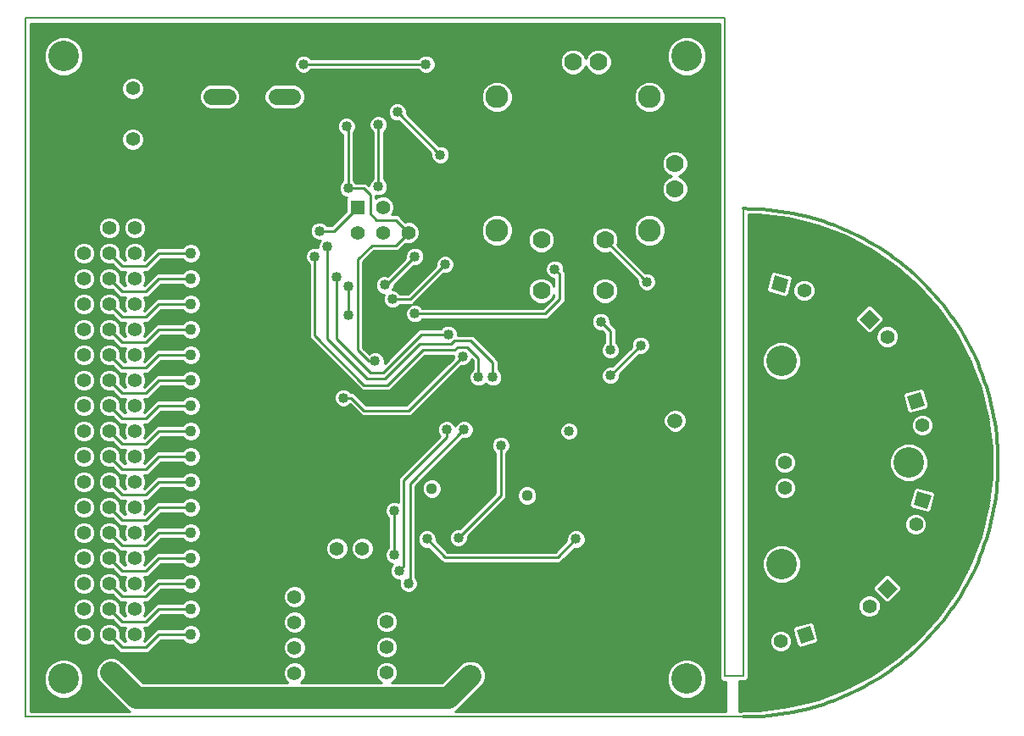
<source format=gbl>
G75*
%MOIN*%
%OFA0B0*%
%FSLAX24Y24*%
%IPPOS*%
%LPD*%
%AMOC8*
5,1,8,0,0,1.08239X$1,22.5*
%
%ADD10C,0.0120*%
%ADD11C,0.0080*%
%ADD12R,0.0555X0.0555*%
%ADD13C,0.0555*%
%ADD14R,0.0555X0.0555*%
%ADD15C,0.1200*%
%ADD16C,0.0594*%
%ADD17C,0.0900*%
%ADD18C,0.0700*%
%ADD19C,0.0640*%
%ADD20C,0.0440*%
%ADD21C,0.0100*%
%ADD22C,0.0400*%
%ADD23C,0.0650*%
%ADD24C,0.0860*%
%ADD25C,0.0436*%
D10*
X028266Y001194D02*
X028253Y002354D01*
X028491Y002354D01*
X028620Y002483D01*
X028620Y020727D01*
X028989Y020716D01*
X030159Y020574D01*
X031304Y020292D01*
X032406Y019874D01*
X033449Y019327D01*
X034419Y018657D01*
X035301Y017875D01*
X036083Y016993D01*
X036752Y016023D01*
X037300Y014980D01*
X037718Y013878D01*
X038000Y012733D01*
X038142Y011563D01*
X038142Y010385D01*
X038000Y009215D01*
X037718Y008071D01*
X037300Y006969D01*
X036752Y005925D01*
X036083Y004955D01*
X035301Y004073D01*
X034419Y003291D01*
X033449Y002622D01*
X032406Y002074D01*
X031304Y001656D01*
X030159Y001374D01*
X028989Y001232D01*
X028400Y001214D01*
X028352Y001214D01*
X028304Y001194D01*
X028266Y001194D01*
X028266Y001211D02*
X028345Y001211D01*
X028265Y001330D02*
X029794Y001330D01*
X030460Y001448D02*
X028263Y001448D01*
X028262Y001567D02*
X030941Y001567D01*
X031380Y001685D02*
X028261Y001685D01*
X028259Y001804D02*
X031693Y001804D01*
X032005Y001922D02*
X028258Y001922D01*
X028256Y002041D02*
X032318Y002041D01*
X032568Y002159D02*
X028255Y002159D01*
X028254Y002278D02*
X032794Y002278D01*
X033019Y002396D02*
X028533Y002396D01*
X028620Y002515D02*
X033245Y002515D01*
X033466Y002633D02*
X028620Y002633D01*
X028620Y002752D02*
X033637Y002752D01*
X033809Y002870D02*
X028620Y002870D01*
X028620Y002989D02*
X033981Y002989D01*
X034152Y003107D02*
X028620Y003107D01*
X028620Y003226D02*
X034324Y003226D01*
X034479Y003344D02*
X028620Y003344D01*
X028620Y003463D02*
X034613Y003463D01*
X034746Y003581D02*
X030150Y003581D01*
X030126Y003557D02*
X030255Y003686D01*
X030325Y003854D01*
X030325Y004036D01*
X030255Y004204D01*
X030126Y004333D01*
X029958Y004402D01*
X029776Y004402D01*
X029608Y004333D01*
X029479Y004204D01*
X029410Y004036D01*
X029410Y003854D01*
X029479Y003686D01*
X029608Y003557D01*
X029776Y003487D01*
X029958Y003487D01*
X030126Y003557D01*
X030261Y003700D02*
X030561Y003700D01*
X030611Y003671D02*
X031291Y003853D01*
X031366Y003982D01*
X031184Y004662D01*
X031055Y004737D01*
X030375Y004554D01*
X030300Y004425D01*
X030482Y003745D01*
X030611Y003671D01*
X030720Y003700D02*
X034880Y003700D01*
X035014Y003818D02*
X031162Y003818D01*
X031340Y003937D02*
X035148Y003937D01*
X035281Y004055D02*
X031346Y004055D01*
X031315Y004174D02*
X035391Y004174D01*
X035496Y004292D02*
X031283Y004292D01*
X031251Y004411D02*
X035601Y004411D01*
X035706Y004529D02*
X031219Y004529D01*
X031188Y004648D02*
X035811Y004648D01*
X035916Y004766D02*
X028620Y004766D01*
X028620Y004648D02*
X030723Y004648D01*
X030360Y004529D02*
X028620Y004529D01*
X028620Y004411D02*
X030304Y004411D01*
X030336Y004292D02*
X030167Y004292D01*
X030267Y004174D02*
X030367Y004174D01*
X030399Y004055D02*
X030316Y004055D01*
X030325Y003937D02*
X030431Y003937D01*
X030463Y003818D02*
X030310Y003818D01*
X029584Y003581D02*
X028620Y003581D01*
X028620Y003700D02*
X029473Y003700D01*
X029424Y003818D02*
X028620Y003818D01*
X028620Y003937D02*
X029410Y003937D01*
X029418Y004055D02*
X028620Y004055D01*
X028620Y004174D02*
X029467Y004174D01*
X029567Y004292D02*
X028620Y004292D01*
X028620Y004885D02*
X033200Y004885D01*
X033258Y004861D02*
X033440Y004861D01*
X033608Y004930D01*
X033737Y005059D01*
X033806Y005227D01*
X033806Y005409D01*
X033737Y005577D01*
X033608Y005706D01*
X033440Y005776D01*
X033258Y005776D01*
X033090Y005706D01*
X032961Y005577D01*
X032891Y005409D01*
X032891Y005227D01*
X032961Y005059D01*
X033090Y004930D01*
X033258Y004861D01*
X033498Y004885D02*
X036021Y004885D01*
X036116Y005003D02*
X033681Y005003D01*
X033763Y005122D02*
X036198Y005122D01*
X036280Y005240D02*
X033806Y005240D01*
X033806Y005359D02*
X036362Y005359D01*
X036443Y005477D02*
X034155Y005477D01*
X034131Y005453D02*
X034628Y005951D01*
X036766Y005951D01*
X036828Y006070D02*
X034628Y006070D01*
X034628Y006100D02*
X034131Y006598D01*
X033981Y006598D01*
X033484Y006100D01*
X033484Y005951D01*
X028620Y005951D01*
X028620Y005833D02*
X033602Y005833D01*
X033588Y005714D02*
X033720Y005714D01*
X033718Y005596D02*
X033839Y005596D01*
X033778Y005477D02*
X033957Y005477D01*
X033981Y005453D02*
X034131Y005453D01*
X033981Y005453D02*
X033484Y005951D01*
X033484Y006070D02*
X028620Y006070D01*
X028620Y006188D02*
X033572Y006188D01*
X033691Y006307D02*
X030327Y006307D01*
X030342Y006313D02*
X030561Y006532D01*
X030680Y006819D01*
X030680Y007129D01*
X030561Y007416D01*
X030342Y007635D01*
X030055Y007754D01*
X029745Y007754D01*
X029458Y007635D01*
X029239Y007416D01*
X029120Y007129D01*
X029120Y006819D01*
X029239Y006532D01*
X029458Y006313D01*
X029745Y006194D01*
X030055Y006194D01*
X030342Y006313D01*
X030454Y006425D02*
X033809Y006425D01*
X033928Y006544D02*
X030566Y006544D01*
X030615Y006662D02*
X037139Y006662D01*
X037077Y006544D02*
X034185Y006544D01*
X034303Y006425D02*
X037015Y006425D01*
X036953Y006307D02*
X034422Y006307D01*
X034540Y006188D02*
X036891Y006188D01*
X036689Y005833D02*
X034510Y005833D01*
X034628Y005951D02*
X034628Y006100D01*
X034392Y005714D02*
X036607Y005714D01*
X036525Y005596D02*
X034273Y005596D01*
X033110Y005714D02*
X028620Y005714D01*
X028620Y005596D02*
X032980Y005596D01*
X032920Y005477D02*
X028620Y005477D01*
X028620Y005359D02*
X032891Y005359D01*
X032891Y005240D02*
X028620Y005240D01*
X028620Y005122D02*
X032935Y005122D01*
X033017Y005003D02*
X028620Y005003D01*
X028620Y006307D02*
X029473Y006307D01*
X029346Y006425D02*
X028620Y006425D01*
X028620Y006544D02*
X029234Y006544D01*
X029185Y006662D02*
X028620Y006662D01*
X028620Y006781D02*
X029136Y006781D01*
X029120Y006899D02*
X028620Y006899D01*
X028620Y007018D02*
X029120Y007018D01*
X029123Y007136D02*
X028620Y007136D01*
X028620Y007255D02*
X029172Y007255D01*
X029221Y007373D02*
X028620Y007373D01*
X028620Y007492D02*
X029314Y007492D01*
X029433Y007610D02*
X028620Y007610D01*
X028620Y007729D02*
X029683Y007729D01*
X030117Y007729D02*
X037588Y007729D01*
X037633Y007847D02*
X028620Y007847D01*
X028620Y007966D02*
X037678Y007966D01*
X037721Y008084D02*
X035263Y008084D01*
X035262Y008084D02*
X035430Y008153D01*
X035558Y008282D01*
X035628Y008450D01*
X035628Y008632D01*
X035558Y008800D01*
X035430Y008929D01*
X035262Y008999D01*
X035080Y008999D01*
X034911Y008929D01*
X034783Y008800D01*
X034713Y008632D01*
X034713Y008450D01*
X034783Y008282D01*
X034911Y008153D01*
X035080Y008084D01*
X035262Y008084D01*
X035078Y008084D02*
X028620Y008084D01*
X028620Y008203D02*
X034862Y008203D01*
X034767Y008321D02*
X028620Y008321D01*
X028620Y008440D02*
X034717Y008440D01*
X034713Y008558D02*
X028620Y008558D01*
X028620Y008677D02*
X034732Y008677D01*
X034781Y008795D02*
X028620Y008795D01*
X028620Y008914D02*
X034896Y008914D01*
X034971Y009156D02*
X034896Y009285D01*
X035079Y009966D01*
X035208Y010040D01*
X035888Y009858D01*
X035962Y009729D01*
X035780Y009049D01*
X035651Y008974D01*
X034971Y009156D01*
X034992Y009151D02*
X028620Y009151D01*
X028620Y009269D02*
X034906Y009269D01*
X034924Y009388D02*
X028620Y009388D01*
X028620Y009506D02*
X034956Y009506D01*
X034987Y009625D02*
X030322Y009625D01*
X030284Y009586D02*
X030413Y009715D01*
X030482Y009883D01*
X030482Y010065D01*
X030413Y010233D01*
X030284Y010362D01*
X030116Y010432D01*
X029934Y010432D01*
X029766Y010362D01*
X029637Y010233D01*
X029568Y010065D01*
X029568Y009883D01*
X029637Y009715D01*
X029766Y009586D01*
X029934Y009517D01*
X030116Y009517D01*
X030284Y009586D01*
X030424Y009743D02*
X035019Y009743D01*
X035051Y009862D02*
X030474Y009862D01*
X030482Y009980D02*
X035104Y009980D01*
X035055Y010194D02*
X035342Y010313D01*
X035561Y010532D01*
X035680Y010819D01*
X035680Y011129D01*
X035561Y011416D01*
X035342Y011635D01*
X035055Y011754D01*
X034745Y011754D01*
X034458Y011635D01*
X034239Y011416D01*
X034120Y011129D01*
X034120Y010819D01*
X034239Y010532D01*
X034458Y010313D01*
X034745Y010194D01*
X035055Y010194D01*
X035111Y010217D02*
X038122Y010217D01*
X038107Y010099D02*
X030469Y010099D01*
X030420Y010217D02*
X034689Y010217D01*
X034435Y010336D02*
X030310Y010336D01*
X030251Y010573D02*
X034222Y010573D01*
X034173Y010691D02*
X030389Y010691D01*
X030413Y010715D02*
X030482Y010883D01*
X030482Y011065D01*
X030413Y011233D01*
X030284Y011362D01*
X030116Y011432D01*
X029934Y011432D01*
X029766Y011362D01*
X029637Y011233D01*
X029568Y011065D01*
X029568Y010883D01*
X029637Y010715D01*
X029766Y010586D01*
X029934Y010517D01*
X030116Y010517D01*
X030284Y010586D01*
X030413Y010715D01*
X030452Y010810D02*
X034124Y010810D01*
X034120Y010928D02*
X030482Y010928D01*
X030482Y011047D02*
X034120Y011047D01*
X034135Y011165D02*
X030441Y011165D01*
X030362Y011284D02*
X034184Y011284D01*
X034233Y011402D02*
X030187Y011402D01*
X029863Y011402D02*
X028620Y011402D01*
X028620Y011284D02*
X029688Y011284D01*
X029609Y011165D02*
X028620Y011165D01*
X028620Y011047D02*
X029568Y011047D01*
X029568Y010928D02*
X028620Y010928D01*
X028620Y010810D02*
X029598Y010810D01*
X029661Y010691D02*
X028620Y010691D01*
X028620Y010573D02*
X029799Y010573D01*
X029740Y010336D02*
X028620Y010336D01*
X028620Y010454D02*
X034317Y010454D01*
X035365Y010336D02*
X038136Y010336D01*
X038142Y010454D02*
X035483Y010454D01*
X035578Y010573D02*
X038142Y010573D01*
X038142Y010691D02*
X035627Y010691D01*
X035676Y010810D02*
X038142Y010810D01*
X038142Y010928D02*
X035680Y010928D01*
X035680Y011047D02*
X038142Y011047D01*
X038142Y011165D02*
X035665Y011165D01*
X035616Y011284D02*
X038142Y011284D01*
X038142Y011402D02*
X035567Y011402D01*
X035457Y011521D02*
X038142Y011521D01*
X038133Y011639D02*
X035333Y011639D01*
X035338Y011984D02*
X035170Y012053D01*
X035042Y012182D01*
X034972Y012350D01*
X028620Y012350D01*
X028620Y012232D02*
X035021Y012232D01*
X034972Y012350D02*
X034972Y012532D01*
X035042Y012700D01*
X035170Y012829D01*
X035338Y012899D01*
X035520Y012899D01*
X035689Y012829D01*
X035817Y012700D01*
X035887Y012532D01*
X035887Y012350D01*
X038047Y012350D01*
X038061Y012232D02*
X035838Y012232D01*
X035817Y012182D02*
X035887Y012350D01*
X035887Y012469D02*
X038032Y012469D01*
X038018Y012587D02*
X035864Y012587D01*
X035812Y012706D02*
X038004Y012706D01*
X037978Y012824D02*
X035693Y012824D01*
X035629Y013056D02*
X035704Y013185D01*
X035521Y013866D01*
X035392Y013940D01*
X034712Y013758D01*
X034638Y013629D01*
X034820Y012949D01*
X034949Y012874D01*
X035629Y013056D01*
X035632Y013061D02*
X037919Y013061D01*
X037949Y012943D02*
X035205Y012943D01*
X035165Y012824D02*
X028620Y012824D01*
X028620Y012706D02*
X035047Y012706D01*
X034995Y012587D02*
X028620Y012587D01*
X028620Y012469D02*
X034972Y012469D01*
X035110Y012113D02*
X028620Y012113D01*
X028620Y011995D02*
X035312Y011995D01*
X035338Y011984D02*
X035520Y011984D01*
X035689Y012053D01*
X035817Y012182D01*
X035748Y012113D02*
X038075Y012113D01*
X038090Y011995D02*
X035547Y011995D01*
X034467Y011639D02*
X028620Y011639D01*
X028620Y011521D02*
X034343Y011521D01*
X035432Y009980D02*
X038093Y009980D01*
X038079Y009862D02*
X035874Y009862D01*
X035954Y009743D02*
X038064Y009743D01*
X038050Y009625D02*
X035935Y009625D01*
X035903Y009506D02*
X038036Y009506D01*
X038021Y009388D02*
X035871Y009388D01*
X035839Y009269D02*
X038007Y009269D01*
X037984Y009151D02*
X035808Y009151D01*
X035752Y009032D02*
X037955Y009032D01*
X037926Y008914D02*
X035445Y008914D01*
X035434Y009032D02*
X028620Y009032D01*
X028620Y009625D02*
X029728Y009625D01*
X029626Y009743D02*
X028620Y009743D01*
X028620Y009862D02*
X029576Y009862D01*
X029568Y009980D02*
X028620Y009980D01*
X028620Y010099D02*
X029581Y010099D01*
X029630Y010217D02*
X028620Y010217D01*
X028400Y000974D02*
X028644Y000977D01*
X028887Y000986D01*
X029130Y001001D01*
X029373Y001021D01*
X029615Y001048D01*
X029856Y001081D01*
X030096Y001119D01*
X030336Y001163D01*
X030574Y001213D01*
X030811Y001269D01*
X031047Y001331D01*
X031281Y001398D01*
X031513Y001471D01*
X031744Y001550D01*
X031972Y001634D01*
X032199Y001724D01*
X032423Y001819D01*
X032645Y001920D01*
X032864Y002026D01*
X033080Y002137D01*
X033294Y002254D01*
X033505Y002375D01*
X033713Y002502D01*
X033918Y002634D01*
X034119Y002771D01*
X034317Y002913D01*
X034512Y003059D01*
X034703Y003210D01*
X034890Y003366D01*
X035073Y003526D01*
X035253Y003691D01*
X035428Y003860D01*
X035599Y004033D01*
X035766Y004211D01*
X035928Y004392D01*
X036086Y004577D01*
X036240Y004766D01*
X036389Y004959D01*
X036533Y005155D01*
X036672Y005355D01*
X036807Y005558D01*
X036936Y005765D01*
X037060Y005974D01*
X037179Y006186D01*
X037293Y006402D01*
X037402Y006619D01*
X037505Y006840D01*
X037603Y007063D01*
X037696Y007288D01*
X037783Y007516D01*
X037864Y007745D01*
X037940Y007977D01*
X038010Y008210D01*
X038075Y008445D01*
X038134Y008681D01*
X038187Y008919D01*
X038234Y009158D01*
X038275Y009398D01*
X038310Y009639D01*
X038340Y009880D01*
X038364Y010123D01*
X038381Y010366D01*
X038393Y010609D01*
X038399Y010852D01*
X038399Y011096D01*
X038393Y011339D01*
X038381Y011582D01*
X038364Y011825D01*
X038340Y012068D01*
X038310Y012309D01*
X038275Y012550D01*
X038234Y012790D01*
X038187Y013029D01*
X038134Y013267D01*
X038075Y013503D01*
X038010Y013738D01*
X037940Y013971D01*
X037864Y014203D01*
X037783Y014432D01*
X037696Y014660D01*
X037603Y014885D01*
X037505Y015108D01*
X037402Y015329D01*
X037293Y015546D01*
X037179Y015762D01*
X037060Y015974D01*
X036936Y016183D01*
X036807Y016390D01*
X036672Y016593D01*
X036533Y016793D01*
X036389Y016989D01*
X036240Y017182D01*
X036086Y017371D01*
X035928Y017556D01*
X035766Y017737D01*
X035599Y017915D01*
X035428Y018088D01*
X035253Y018257D01*
X035073Y018422D01*
X034890Y018582D01*
X034703Y018738D01*
X034512Y018889D01*
X034317Y019035D01*
X034119Y019177D01*
X033918Y019314D01*
X033713Y019446D01*
X033505Y019573D01*
X033294Y019694D01*
X033080Y019811D01*
X032864Y019922D01*
X032645Y020028D01*
X032423Y020129D01*
X032199Y020224D01*
X031972Y020314D01*
X031744Y020398D01*
X031513Y020477D01*
X031281Y020550D01*
X031047Y020617D01*
X030811Y020679D01*
X030574Y020735D01*
X030336Y020785D01*
X030096Y020829D01*
X029856Y020867D01*
X029615Y020900D01*
X029373Y020927D01*
X029130Y020947D01*
X028887Y020962D01*
X028644Y020971D01*
X028400Y020974D01*
X028620Y020645D02*
X029575Y020645D01*
X030352Y020527D02*
X028620Y020527D01*
X028620Y020408D02*
X030833Y020408D01*
X031310Y020290D02*
X028620Y020290D01*
X028620Y020171D02*
X031623Y020171D01*
X031935Y020053D02*
X028620Y020053D01*
X028620Y019934D02*
X032248Y019934D01*
X032517Y019816D02*
X028620Y019816D01*
X028620Y019697D02*
X032743Y019697D01*
X032969Y019579D02*
X028620Y019579D01*
X028620Y019460D02*
X033195Y019460D01*
X033420Y019342D02*
X028620Y019342D01*
X028620Y019223D02*
X033599Y019223D01*
X033771Y019105D02*
X028620Y019105D01*
X028620Y018986D02*
X033942Y018986D01*
X034114Y018868D02*
X028620Y018868D01*
X028620Y018749D02*
X034286Y018749D01*
X034449Y018631D02*
X028620Y018631D01*
X028620Y018512D02*
X029553Y018512D01*
X029595Y018537D02*
X029466Y018462D01*
X029284Y017782D01*
X029359Y017653D01*
X030039Y017471D01*
X030168Y017545D01*
X030350Y018225D01*
X030275Y018354D01*
X029595Y018537D01*
X029686Y018512D02*
X034583Y018512D01*
X034716Y018394D02*
X030129Y018394D01*
X030321Y018275D02*
X034850Y018275D01*
X034984Y018157D02*
X030984Y018157D01*
X031042Y018133D02*
X030874Y018202D01*
X030692Y018202D01*
X030524Y018133D01*
X030395Y018004D01*
X030325Y017836D01*
X030325Y017654D01*
X030395Y017486D01*
X030524Y017357D01*
X030692Y017287D01*
X030874Y017287D01*
X031042Y017357D01*
X031171Y017486D01*
X031240Y017654D01*
X031240Y017836D01*
X031171Y018004D01*
X031042Y018133D01*
X031136Y018038D02*
X035118Y018038D01*
X035251Y017920D02*
X031206Y017920D01*
X031240Y017801D02*
X035367Y017801D01*
X035472Y017683D02*
X031240Y017683D01*
X031203Y017564D02*
X035577Y017564D01*
X035682Y017446D02*
X031131Y017446D01*
X030970Y017327D02*
X035787Y017327D01*
X035892Y017209D02*
X028620Y017209D01*
X028620Y017327D02*
X030596Y017327D01*
X030435Y017446D02*
X028620Y017446D01*
X028620Y017564D02*
X029689Y017564D01*
X029341Y017683D02*
X028620Y017683D01*
X028620Y017801D02*
X029289Y017801D01*
X029321Y017920D02*
X028620Y017920D01*
X028620Y018038D02*
X029353Y018038D01*
X029384Y018157D02*
X028620Y018157D01*
X028620Y018275D02*
X029416Y018275D01*
X029448Y018394D02*
X028620Y018394D01*
X028620Y017090D02*
X033162Y017090D01*
X033274Y017203D02*
X032777Y016705D01*
X032777Y016556D01*
X033274Y016058D01*
X033424Y016058D01*
X033921Y016556D01*
X033921Y016705D01*
X033424Y017203D01*
X033274Y017203D01*
X033536Y017090D02*
X035997Y017090D01*
X036098Y016972D02*
X033654Y016972D01*
X033773Y016853D02*
X036180Y016853D01*
X036261Y016735D02*
X033891Y016735D01*
X033921Y016616D02*
X036343Y016616D01*
X036425Y016498D02*
X033863Y016498D01*
X033962Y016379D02*
X033745Y016379D01*
X033797Y016311D02*
X033668Y016182D01*
X033599Y016014D01*
X033599Y015832D01*
X033668Y015664D01*
X033797Y015535D01*
X033965Y015466D01*
X034147Y015466D01*
X034315Y015535D01*
X034444Y015664D01*
X034514Y015832D01*
X034514Y016014D01*
X034444Y016182D01*
X034315Y016311D01*
X034147Y016381D01*
X033965Y016381D01*
X033797Y016311D01*
X033747Y016261D02*
X033626Y016261D01*
X033652Y016142D02*
X033508Y016142D01*
X033603Y016024D02*
X028620Y016024D01*
X028620Y016142D02*
X033190Y016142D01*
X033071Y016261D02*
X028620Y016261D01*
X028620Y016379D02*
X032953Y016379D01*
X032834Y016498D02*
X028620Y016498D01*
X028620Y016616D02*
X032777Y016616D01*
X032806Y016735D02*
X028620Y016735D01*
X028620Y016853D02*
X032925Y016853D01*
X033043Y016972D02*
X028620Y016972D01*
X028620Y015905D02*
X033599Y015905D01*
X033617Y015787D02*
X028620Y015787D01*
X028620Y015668D02*
X029537Y015668D01*
X029458Y015635D02*
X029239Y015416D01*
X029120Y015129D01*
X029120Y014819D01*
X029239Y014532D01*
X029458Y014313D01*
X029745Y014194D01*
X030055Y014194D01*
X030342Y014313D01*
X030561Y014532D01*
X030680Y014819D01*
X030680Y015129D01*
X030561Y015416D01*
X030342Y015635D01*
X030055Y015754D01*
X029745Y015754D01*
X029458Y015635D01*
X029372Y015550D02*
X028620Y015550D01*
X028620Y015431D02*
X029254Y015431D01*
X029196Y015313D02*
X028620Y015313D01*
X028620Y015194D02*
X029147Y015194D01*
X029120Y015076D02*
X028620Y015076D01*
X028620Y014957D02*
X029120Y014957D01*
X029120Y014839D02*
X028620Y014839D01*
X028620Y014720D02*
X029161Y014720D01*
X029210Y014602D02*
X028620Y014602D01*
X028620Y014483D02*
X029288Y014483D01*
X029406Y014365D02*
X028620Y014365D01*
X028620Y014246D02*
X029619Y014246D01*
X030181Y014246D02*
X037578Y014246D01*
X037623Y014128D02*
X028620Y014128D01*
X028620Y014009D02*
X037668Y014009D01*
X037713Y013891D02*
X035478Y013891D01*
X035546Y013772D02*
X037744Y013772D01*
X037773Y013654D02*
X035578Y013654D01*
X035610Y013535D02*
X037803Y013535D01*
X037832Y013417D02*
X035642Y013417D01*
X035673Y013298D02*
X037861Y013298D01*
X037890Y013180D02*
X035700Y013180D01*
X035208Y013891D02*
X028620Y013891D01*
X028620Y013772D02*
X034765Y013772D01*
X034652Y013654D02*
X028620Y013654D01*
X028620Y013535D02*
X034663Y013535D01*
X034694Y013417D02*
X028620Y013417D01*
X028620Y013298D02*
X034726Y013298D01*
X034758Y013180D02*
X028620Y013180D01*
X028620Y013061D02*
X034790Y013061D01*
X034830Y012943D02*
X028620Y012943D01*
X028620Y011876D02*
X038104Y011876D01*
X038119Y011758D02*
X028620Y011758D01*
X030394Y014365D02*
X037533Y014365D01*
X037488Y014483D02*
X030512Y014483D01*
X030590Y014602D02*
X037444Y014602D01*
X037399Y014720D02*
X030639Y014720D01*
X030680Y014839D02*
X037354Y014839D01*
X037309Y014957D02*
X030680Y014957D01*
X030680Y015076D02*
X037250Y015076D01*
X037188Y015194D02*
X030653Y015194D01*
X030604Y015313D02*
X037125Y015313D01*
X037063Y015431D02*
X030546Y015431D01*
X030428Y015550D02*
X033782Y015550D01*
X033666Y015668D02*
X030263Y015668D01*
X030173Y017564D02*
X030363Y017564D01*
X030325Y017683D02*
X030205Y017683D01*
X030236Y017801D02*
X030325Y017801D01*
X030360Y017920D02*
X030268Y017920D01*
X030300Y018038D02*
X030429Y018038D01*
X030332Y018157D02*
X030582Y018157D01*
X034150Y016379D02*
X036507Y016379D01*
X036589Y016261D02*
X034365Y016261D01*
X034460Y016142D02*
X036670Y016142D01*
X036752Y016024D02*
X034510Y016024D01*
X034514Y015905D02*
X036814Y015905D01*
X036877Y015787D02*
X034495Y015787D01*
X034446Y015668D02*
X036939Y015668D01*
X037001Y015550D02*
X034330Y015550D01*
X035561Y008795D02*
X037897Y008795D01*
X037867Y008677D02*
X035610Y008677D01*
X035628Y008558D02*
X037838Y008558D01*
X037809Y008440D02*
X035624Y008440D01*
X035575Y008321D02*
X037780Y008321D01*
X037751Y008203D02*
X035479Y008203D01*
X037202Y006781D02*
X030664Y006781D01*
X030680Y006899D02*
X037264Y006899D01*
X037319Y007018D02*
X030680Y007018D01*
X030677Y007136D02*
X037364Y007136D01*
X037409Y007255D02*
X030628Y007255D01*
X030579Y007373D02*
X037454Y007373D01*
X037499Y007492D02*
X030486Y007492D01*
X030367Y007610D02*
X037543Y007610D01*
D11*
X028400Y000974D02*
X000150Y000974D01*
X000150Y028474D01*
X027650Y028474D01*
X027650Y002574D01*
X028400Y002574D01*
X028400Y020974D01*
D12*
X013213Y021037D03*
D13*
X014213Y021037D03*
X015213Y021037D03*
X015213Y020037D03*
X014213Y020037D03*
X013213Y020037D03*
X004450Y020224D03*
X004450Y019224D03*
X004450Y018224D03*
X003450Y018224D03*
X002450Y018224D03*
X001450Y018224D03*
X001450Y019224D03*
X002450Y019224D03*
X003450Y019224D03*
X003450Y020224D03*
X002450Y020224D03*
X002450Y017224D03*
X003450Y017224D03*
X003450Y016224D03*
X002450Y016224D03*
X002450Y015224D03*
X003450Y015224D03*
X003450Y014224D03*
X002450Y014224D03*
X002450Y013224D03*
X003450Y013224D03*
X003450Y012224D03*
X002450Y012224D03*
X002450Y011224D03*
X003450Y011224D03*
X003450Y010224D03*
X002450Y010224D03*
X002450Y009224D03*
X003450Y009224D03*
X003450Y008224D03*
X002450Y008224D03*
X002450Y007224D03*
X003450Y007224D03*
X003450Y006224D03*
X002450Y006224D03*
X002450Y005224D03*
X003450Y005224D03*
X003450Y004224D03*
X002450Y004224D03*
X001450Y004224D03*
X001450Y005224D03*
X001450Y006224D03*
X001450Y007224D03*
X001450Y008224D03*
X001450Y009224D03*
X001450Y010224D03*
X001450Y011224D03*
X001450Y012224D03*
X001450Y013224D03*
X001450Y014224D03*
X001450Y015224D03*
X001450Y016224D03*
X001450Y017224D03*
X004450Y017224D03*
X004450Y016224D03*
X004450Y015224D03*
X004450Y014224D03*
X004450Y013224D03*
X004450Y012224D03*
X004450Y011224D03*
X004450Y010224D03*
X004450Y009224D03*
X004450Y008224D03*
X004450Y007224D03*
X004450Y006224D03*
X004450Y005224D03*
X004450Y004224D03*
X010725Y004699D03*
X010725Y003699D03*
X010725Y002699D03*
X010725Y005699D03*
X011400Y007599D03*
X012400Y007599D03*
X013400Y007599D03*
X014350Y005724D03*
X014350Y004724D03*
X014350Y003724D03*
X014350Y002724D03*
X029867Y003945D03*
X033349Y005318D03*
X035171Y008541D03*
X035429Y012441D03*
X034056Y015923D03*
X030783Y017745D03*
X030025Y011974D03*
X030025Y010974D03*
X030025Y009974D03*
X004375Y023712D03*
X004375Y025712D03*
D14*
G36*
X030012Y017665D02*
X029478Y017809D01*
X029622Y018343D01*
X030156Y018199D01*
X030012Y017665D01*
G37*
G36*
X033349Y016239D02*
X032958Y016630D01*
X033349Y017021D01*
X033740Y016630D01*
X033349Y016239D01*
G37*
G36*
X034976Y013068D02*
X034832Y013602D01*
X035366Y013746D01*
X035510Y013212D01*
X034976Y013068D01*
G37*
G36*
X035090Y009312D02*
X035234Y009846D01*
X035768Y009702D01*
X035624Y009168D01*
X035090Y009312D01*
G37*
G36*
X033665Y006025D02*
X034056Y006416D01*
X034447Y006025D01*
X034056Y005634D01*
X033665Y006025D01*
G37*
G36*
X030494Y004399D02*
X031028Y004543D01*
X031172Y004009D01*
X030638Y003865D01*
X030494Y004399D01*
G37*
D15*
X029900Y006974D03*
X034900Y010974D03*
X029900Y014974D03*
X026150Y026974D03*
X001650Y026974D03*
X001650Y002474D03*
X026150Y002474D03*
D16*
X025700Y012640D03*
X025700Y014608D03*
D17*
X024688Y020124D03*
X018688Y020124D03*
X018688Y025374D03*
X024688Y025374D03*
D18*
X025688Y023749D03*
X025688Y022749D03*
X025688Y021749D03*
X022938Y019749D03*
X022938Y017749D03*
X020438Y017749D03*
X020438Y019749D03*
X020688Y026749D03*
X021688Y026749D03*
X022688Y026749D03*
D19*
X010663Y025389D02*
X010023Y025389D01*
X010023Y023609D02*
X010663Y023609D01*
X008103Y023609D02*
X007463Y023609D01*
X007463Y025389D02*
X008103Y025389D01*
D20*
X016125Y009962D03*
X019875Y009687D03*
D21*
X019516Y009839D02*
X019057Y009839D01*
X019057Y009741D02*
X019485Y009741D01*
X019485Y009764D02*
X019485Y009609D01*
X019544Y009466D01*
X019654Y009356D01*
X019797Y009297D01*
X019953Y009297D01*
X020096Y009356D01*
X020206Y009466D01*
X020265Y009609D01*
X020265Y009764D01*
X020206Y009908D01*
X020096Y010017D01*
X019953Y010077D01*
X019797Y010077D01*
X019654Y010017D01*
X019544Y009908D01*
X019485Y009764D01*
X019485Y009642D02*
X019057Y009642D01*
X019057Y009596D02*
X019057Y011358D01*
X019151Y011452D01*
X019207Y011588D01*
X019207Y011735D01*
X019151Y011871D01*
X019047Y011975D01*
X018911Y012032D01*
X018764Y012032D01*
X018628Y011975D01*
X018524Y011871D01*
X018468Y011735D01*
X018468Y011588D01*
X018524Y011452D01*
X018618Y011358D01*
X018618Y009778D01*
X017234Y008394D01*
X017101Y008394D01*
X016965Y008338D01*
X016861Y008234D01*
X016805Y008098D01*
X016805Y007951D01*
X016861Y007815D01*
X016965Y007710D01*
X017101Y007654D01*
X017249Y007654D01*
X017385Y007710D01*
X017489Y007815D01*
X017545Y007951D01*
X017545Y008083D01*
X019057Y009596D01*
X019006Y009544D02*
X019512Y009544D01*
X019565Y009445D02*
X018907Y009445D01*
X018809Y009347D02*
X019677Y009347D01*
X020073Y009347D02*
X027440Y009347D01*
X027440Y009445D02*
X020185Y009445D01*
X020238Y009544D02*
X027440Y009544D01*
X027440Y009642D02*
X020265Y009642D01*
X020265Y009741D02*
X027440Y009741D01*
X027440Y009839D02*
X020234Y009839D01*
X020176Y009938D02*
X027440Y009938D01*
X027440Y010036D02*
X020050Y010036D01*
X019700Y010036D02*
X019057Y010036D01*
X019057Y009938D02*
X019574Y009938D01*
X019057Y010135D02*
X027440Y010135D01*
X027440Y010233D02*
X019057Y010233D01*
X019057Y010332D02*
X027440Y010332D01*
X027440Y010430D02*
X019057Y010430D01*
X019057Y010529D02*
X027440Y010529D01*
X027440Y010627D02*
X019057Y010627D01*
X019057Y010726D02*
X027440Y010726D01*
X027440Y010824D02*
X019057Y010824D01*
X019057Y010923D02*
X027440Y010923D01*
X027440Y011021D02*
X019057Y011021D01*
X019057Y011120D02*
X027440Y011120D01*
X027440Y011218D02*
X019057Y011218D01*
X019057Y011317D02*
X027440Y011317D01*
X027440Y011415D02*
X019114Y011415D01*
X019177Y011514D02*
X027440Y011514D01*
X027440Y011612D02*
X019207Y011612D01*
X019207Y011711D02*
X027440Y011711D01*
X027440Y011809D02*
X019177Y011809D01*
X019115Y011908D02*
X021322Y011908D01*
X021315Y011910D02*
X021451Y011854D01*
X021599Y011854D01*
X021735Y011910D01*
X021839Y012015D01*
X021895Y012151D01*
X021895Y012298D01*
X021839Y012434D01*
X021735Y012538D01*
X021599Y012594D01*
X021451Y012594D01*
X021315Y012538D01*
X021211Y012434D01*
X021155Y012298D01*
X021155Y012151D01*
X021211Y012015D01*
X021315Y011910D01*
X021220Y012006D02*
X018973Y012006D01*
X018702Y012006D02*
X017643Y012006D01*
X017610Y011973D02*
X017714Y012077D01*
X017770Y012213D01*
X017770Y012360D01*
X017714Y012496D01*
X017610Y012600D01*
X017474Y012657D01*
X017326Y012657D01*
X017190Y012600D01*
X017086Y012496D01*
X017056Y012424D01*
X017026Y012496D01*
X016922Y012600D01*
X016786Y012657D01*
X016639Y012657D01*
X016503Y012600D01*
X016399Y012496D01*
X016343Y012360D01*
X016343Y012213D01*
X016399Y012077D01*
X016452Y012024D01*
X014934Y010507D01*
X014805Y010378D01*
X014805Y009435D01*
X014724Y009469D01*
X014576Y009469D01*
X014440Y009413D01*
X014336Y009309D01*
X014280Y009173D01*
X014280Y009026D01*
X014336Y008890D01*
X014430Y008796D01*
X014430Y007652D01*
X014336Y007559D01*
X014280Y007423D01*
X014280Y007276D01*
X014336Y007140D01*
X014440Y007035D01*
X014571Y006981D01*
X014524Y006934D01*
X014468Y006798D01*
X014468Y006651D01*
X014524Y006515D01*
X014628Y006410D01*
X014764Y006354D01*
X014866Y006354D01*
X014843Y006298D01*
X014843Y006151D01*
X014899Y006015D01*
X015003Y005910D01*
X015139Y005854D01*
X015286Y005854D01*
X015422Y005910D01*
X015526Y006015D01*
X015582Y006151D01*
X015582Y006298D01*
X015526Y006434D01*
X015495Y006465D01*
X015495Y010071D01*
X017341Y011917D01*
X017474Y011917D01*
X017610Y011973D01*
X017725Y012105D02*
X021174Y012105D01*
X021155Y012203D02*
X017766Y012203D01*
X017770Y012302D02*
X021157Y012302D01*
X021197Y012400D02*
X017753Y012400D01*
X017711Y012499D02*
X021276Y012499D01*
X021774Y012499D02*
X025253Y012499D01*
X025233Y012547D02*
X025304Y012375D01*
X025435Y012244D01*
X025607Y012173D01*
X025793Y012173D01*
X025965Y012244D01*
X026096Y012375D01*
X026167Y012547D01*
X026167Y012733D01*
X026096Y012905D01*
X025965Y013036D01*
X025793Y013107D01*
X025607Y013107D01*
X025435Y013036D01*
X025304Y012905D01*
X025233Y012733D01*
X025233Y012547D01*
X025233Y012597D02*
X017613Y012597D01*
X017400Y012287D02*
X015275Y010162D01*
X015275Y006287D01*
X015213Y006224D01*
X015560Y006096D02*
X027440Y006096D01*
X027440Y005998D02*
X015509Y005998D01*
X015395Y005899D02*
X027440Y005899D01*
X027440Y005801D02*
X011167Y005801D01*
X011172Y005788D02*
X011104Y005953D01*
X010978Y006078D01*
X010814Y006147D01*
X010636Y006147D01*
X010472Y006078D01*
X010346Y005953D01*
X010278Y005788D01*
X010278Y005610D01*
X010346Y005446D01*
X010472Y005320D01*
X010636Y005252D01*
X010814Y005252D01*
X010978Y005320D01*
X011104Y005446D01*
X011172Y005610D01*
X011172Y005788D01*
X011172Y005702D02*
X027440Y005702D01*
X027440Y005604D02*
X011170Y005604D01*
X011129Y005505D02*
X027440Y005505D01*
X027440Y005407D02*
X011065Y005407D01*
X010950Y005308D02*
X027440Y005308D01*
X027440Y005210D02*
X007038Y005210D01*
X007038Y005147D02*
X007038Y005301D01*
X006979Y005444D01*
X006870Y005553D01*
X006727Y005612D01*
X006573Y005612D01*
X006430Y005553D01*
X006321Y005444D01*
X005309Y005444D01*
X005180Y005315D01*
X004809Y004944D01*
X004803Y004944D01*
X004829Y004971D01*
X004897Y005135D01*
X004897Y005313D01*
X004829Y005478D01*
X004803Y005504D01*
X004991Y005504D01*
X005491Y006004D01*
X006321Y006004D01*
X006430Y005895D01*
X006573Y005836D01*
X006727Y005836D01*
X006870Y005895D01*
X006979Y006004D01*
X007038Y006147D01*
X007038Y006301D01*
X006979Y006444D01*
X006870Y006553D01*
X006727Y006612D01*
X006573Y006612D01*
X006430Y006553D01*
X006321Y006444D01*
X005309Y006444D01*
X005180Y006315D01*
X004809Y005944D01*
X004803Y005944D01*
X004829Y005971D01*
X004897Y006135D01*
X004897Y006313D01*
X004829Y006478D01*
X004803Y006504D01*
X004991Y006504D01*
X005491Y007004D01*
X006321Y007004D01*
X006430Y006895D01*
X006573Y006836D01*
X006727Y006836D01*
X006870Y006895D01*
X006979Y007004D01*
X007038Y007147D01*
X007038Y007301D01*
X006979Y007444D01*
X006870Y007553D01*
X006727Y007612D01*
X006573Y007612D01*
X006430Y007553D01*
X006321Y007444D01*
X005309Y007444D01*
X005180Y007315D01*
X004809Y006944D01*
X004803Y006944D01*
X004829Y006971D01*
X004897Y007135D01*
X004897Y007313D01*
X004829Y007478D01*
X004803Y007504D01*
X004991Y007504D01*
X005120Y007633D01*
X005120Y007633D01*
X005491Y008004D01*
X006321Y008004D01*
X006430Y007895D01*
X006573Y007836D01*
X006727Y007836D01*
X006870Y007895D01*
X006979Y008004D01*
X007038Y008147D01*
X007038Y008301D01*
X006979Y008444D01*
X006870Y008553D01*
X006727Y008612D01*
X006573Y008612D01*
X006430Y008553D01*
X006321Y008444D01*
X005309Y008444D01*
X005180Y008315D01*
X004809Y007944D01*
X004803Y007944D01*
X004829Y007971D01*
X004897Y008135D01*
X004897Y008313D01*
X004829Y008478D01*
X004803Y008504D01*
X004991Y008504D01*
X005491Y009004D01*
X006321Y009004D01*
X006430Y008895D01*
X006573Y008836D01*
X006727Y008836D01*
X006870Y008895D01*
X006979Y009004D01*
X007038Y009147D01*
X007038Y009301D01*
X006979Y009444D01*
X006870Y009553D01*
X006727Y009612D01*
X006573Y009612D01*
X006430Y009553D01*
X006321Y009444D01*
X005309Y009444D01*
X005180Y009315D01*
X004809Y008944D01*
X004803Y008944D01*
X004829Y008971D01*
X004897Y009135D01*
X004897Y009313D01*
X004829Y009478D01*
X004803Y009504D01*
X004991Y009504D01*
X005491Y010004D01*
X006321Y010004D01*
X006430Y009895D01*
X006573Y009836D01*
X006727Y009836D01*
X006870Y009895D01*
X006979Y010004D01*
X007038Y010147D01*
X007038Y010301D01*
X006979Y010444D01*
X006870Y010553D01*
X006727Y010612D01*
X006573Y010612D01*
X006430Y010553D01*
X006321Y010444D01*
X005309Y010444D01*
X005180Y010315D01*
X004809Y009944D01*
X004803Y009944D01*
X004829Y009971D01*
X004897Y010135D01*
X004999Y010135D01*
X004897Y010135D02*
X004897Y010313D01*
X004829Y010478D01*
X004803Y010504D01*
X004991Y010504D01*
X005491Y011004D01*
X006321Y011004D01*
X006430Y010895D01*
X006573Y010836D01*
X006727Y010836D01*
X006870Y010895D01*
X006979Y011004D01*
X007038Y011147D01*
X007038Y011301D01*
X006979Y011444D01*
X006870Y011553D01*
X006727Y011612D01*
X006573Y011612D01*
X006430Y011553D01*
X006321Y011444D01*
X005309Y011444D01*
X005180Y011315D01*
X004809Y010944D01*
X004803Y010944D01*
X004829Y010971D01*
X004897Y011135D01*
X004897Y011313D01*
X004829Y011478D01*
X004803Y011504D01*
X004991Y011504D01*
X005491Y012004D01*
X006321Y012004D01*
X006430Y011895D01*
X006573Y011836D01*
X006727Y011836D01*
X006870Y011895D01*
X006979Y012004D01*
X007038Y012147D01*
X007038Y012301D01*
X006979Y012444D01*
X006870Y012553D01*
X006727Y012612D01*
X006573Y012612D01*
X006430Y012553D01*
X006321Y012444D01*
X005309Y012444D01*
X005180Y012315D01*
X004809Y011944D01*
X004803Y011944D01*
X004829Y011971D01*
X004897Y012135D01*
X004897Y012313D01*
X004829Y012478D01*
X004803Y012504D01*
X004991Y012504D01*
X005491Y013004D01*
X006321Y013004D01*
X006430Y012895D01*
X006573Y012836D01*
X006727Y012836D01*
X006870Y012895D01*
X006979Y013004D01*
X007038Y013147D01*
X007038Y013301D01*
X006979Y013444D01*
X006870Y013553D01*
X006727Y013612D01*
X006573Y013612D01*
X006430Y013553D01*
X006321Y013444D01*
X005309Y013444D01*
X005180Y013315D01*
X004809Y012944D01*
X004803Y012944D01*
X004829Y012971D01*
X004897Y013135D01*
X004897Y013313D01*
X004829Y013478D01*
X004803Y013504D01*
X004991Y013504D01*
X005120Y013633D01*
X005120Y013633D01*
X005491Y014004D01*
X006321Y014004D01*
X006430Y013895D01*
X006573Y013836D01*
X006727Y013836D01*
X006870Y013895D01*
X006979Y014004D01*
X007038Y014147D01*
X007038Y014301D01*
X006979Y014444D01*
X006870Y014553D01*
X006727Y014612D01*
X006573Y014612D01*
X006430Y014553D01*
X006321Y014444D01*
X005309Y014444D01*
X005180Y014315D01*
X004809Y013944D01*
X004803Y013944D01*
X004829Y013971D01*
X004897Y014135D01*
X004897Y014313D01*
X004829Y014478D01*
X004803Y014504D01*
X004991Y014504D01*
X005491Y015004D01*
X006321Y015004D01*
X006430Y014895D01*
X006573Y014836D01*
X006727Y014836D01*
X006870Y014895D01*
X006979Y015004D01*
X007038Y015147D01*
X007038Y015301D01*
X006979Y015444D01*
X006870Y015553D01*
X006727Y015612D01*
X006573Y015612D01*
X006430Y015553D01*
X006321Y015444D01*
X005309Y015444D01*
X005180Y015315D01*
X004809Y014944D01*
X004803Y014944D01*
X004829Y014971D01*
X004897Y015135D01*
X004897Y015313D01*
X004829Y015478D01*
X004803Y015504D01*
X004991Y015504D01*
X005491Y016004D01*
X006321Y016004D01*
X006430Y015895D01*
X006573Y015836D01*
X006727Y015836D01*
X006870Y015895D01*
X006979Y016004D01*
X007038Y016147D01*
X007038Y016301D01*
X006979Y016444D01*
X006870Y016553D01*
X006727Y016612D01*
X006573Y016612D01*
X006430Y016553D01*
X006321Y016444D01*
X005309Y016444D01*
X005180Y016315D01*
X004809Y015944D01*
X004803Y015944D01*
X004829Y015971D01*
X004897Y016135D01*
X004897Y016313D01*
X004829Y016478D01*
X004803Y016504D01*
X004991Y016504D01*
X005491Y017004D01*
X006321Y017004D01*
X006430Y016895D01*
X006573Y016836D01*
X006727Y016836D01*
X006870Y016895D01*
X006979Y017004D01*
X007038Y017147D01*
X007038Y017301D01*
X006979Y017444D01*
X006870Y017553D01*
X006727Y017612D01*
X006573Y017612D01*
X006430Y017553D01*
X006321Y017444D01*
X005309Y017444D01*
X005180Y017315D01*
X004809Y016944D01*
X004803Y016944D01*
X004829Y016971D01*
X004897Y017135D01*
X004897Y017313D01*
X004829Y017478D01*
X004803Y017504D01*
X004991Y017504D01*
X005491Y018004D01*
X006321Y018004D01*
X006430Y017895D01*
X006573Y017836D01*
X006727Y017836D01*
X006870Y017895D01*
X006979Y018004D01*
X007038Y018147D01*
X007038Y018301D01*
X006979Y018444D01*
X006870Y018553D01*
X006727Y018612D01*
X006573Y018612D01*
X006430Y018553D01*
X006321Y018444D01*
X005309Y018444D01*
X005180Y018315D01*
X004809Y017944D01*
X004803Y017944D01*
X004829Y017971D01*
X004897Y018135D01*
X004897Y018313D01*
X004829Y018478D01*
X004803Y018504D01*
X004991Y018504D01*
X005491Y019004D01*
X006321Y019004D01*
X006430Y018895D01*
X006573Y018836D01*
X006727Y018836D01*
X006870Y018895D01*
X006979Y019004D01*
X007038Y019147D01*
X007038Y019301D01*
X006979Y019444D01*
X006870Y019553D01*
X006727Y019612D01*
X006573Y019612D01*
X006430Y019553D01*
X006321Y019444D01*
X005309Y019444D01*
X005180Y019315D01*
X004809Y018944D01*
X004803Y018944D01*
X004829Y018971D01*
X004897Y019135D01*
X004897Y019313D01*
X004829Y019478D01*
X004703Y019603D01*
X004539Y019672D01*
X004361Y019672D01*
X004197Y019603D01*
X004071Y019478D01*
X004003Y019313D01*
X004003Y019135D01*
X004071Y018971D01*
X004097Y018944D01*
X004041Y018944D01*
X003884Y019102D01*
X003897Y019135D01*
X003897Y019313D01*
X003829Y019478D01*
X003703Y019603D01*
X003539Y019672D01*
X003361Y019672D01*
X003197Y019603D01*
X003071Y019478D01*
X003003Y019313D01*
X003003Y019135D01*
X003071Y018971D01*
X003197Y018845D01*
X003361Y018777D01*
X003539Y018777D01*
X003572Y018791D01*
X003730Y018633D01*
X003859Y018504D01*
X004097Y018504D01*
X004071Y018478D01*
X004003Y018313D01*
X004003Y018135D01*
X004071Y017971D01*
X004097Y017944D01*
X004041Y017944D01*
X003884Y018102D01*
X003897Y018135D01*
X003897Y018313D01*
X003829Y018478D01*
X003703Y018603D01*
X003539Y018672D01*
X003361Y018672D01*
X003197Y018603D01*
X003071Y018478D01*
X003003Y018313D01*
X003003Y018135D01*
X003071Y017971D01*
X003197Y017845D01*
X003361Y017777D01*
X003539Y017777D01*
X003572Y017791D01*
X003730Y017633D01*
X003859Y017504D01*
X004097Y017504D01*
X004071Y017478D01*
X004003Y017313D01*
X004003Y017135D01*
X004071Y016971D01*
X004097Y016944D01*
X004041Y016944D01*
X003884Y017102D01*
X003897Y017135D01*
X003897Y017313D01*
X003829Y017478D01*
X003703Y017603D01*
X003539Y017672D01*
X003361Y017672D01*
X003197Y017603D01*
X003071Y017478D01*
X003003Y017313D01*
X003003Y017135D01*
X003071Y016971D01*
X003197Y016845D01*
X003361Y016777D01*
X003539Y016777D01*
X003572Y016791D01*
X003730Y016633D01*
X003859Y016504D01*
X004097Y016504D01*
X004071Y016478D01*
X004003Y016313D01*
X004003Y016135D01*
X004071Y015971D01*
X004097Y015944D01*
X004041Y015944D01*
X003884Y016102D01*
X003897Y016135D01*
X003897Y016313D01*
X003829Y016478D01*
X003703Y016603D01*
X003539Y016672D01*
X003361Y016672D01*
X003197Y016603D01*
X003071Y016478D01*
X003003Y016313D01*
X003003Y016135D01*
X003071Y015971D01*
X003197Y015845D01*
X003361Y015777D01*
X003539Y015777D01*
X003572Y015791D01*
X003730Y015633D01*
X003859Y015504D01*
X004097Y015504D01*
X004071Y015478D01*
X004003Y015313D01*
X004003Y015135D01*
X004071Y014971D01*
X004097Y014944D01*
X004041Y014944D01*
X003884Y015102D01*
X003897Y015135D01*
X003897Y015313D01*
X003829Y015478D01*
X003703Y015603D01*
X003539Y015672D01*
X003361Y015672D01*
X003197Y015603D01*
X003071Y015478D01*
X003003Y015313D01*
X003003Y015135D01*
X003071Y014971D01*
X003197Y014845D01*
X003361Y014777D01*
X003539Y014777D01*
X003572Y014791D01*
X003730Y014633D01*
X003859Y014504D01*
X004097Y014504D01*
X004071Y014478D01*
X004003Y014313D01*
X004003Y014135D01*
X004071Y013971D01*
X004097Y013944D01*
X004041Y013944D01*
X003884Y014102D01*
X003897Y014135D01*
X003897Y014313D01*
X003829Y014478D01*
X003703Y014603D01*
X003539Y014672D01*
X003361Y014672D01*
X003197Y014603D01*
X003071Y014478D01*
X003003Y014313D01*
X003003Y014135D01*
X003071Y013971D01*
X003197Y013845D01*
X003361Y013777D01*
X003539Y013777D01*
X003572Y013791D01*
X003730Y013633D01*
X003859Y013504D01*
X004097Y013504D01*
X004071Y013478D01*
X004003Y013313D01*
X004003Y013135D01*
X004071Y012971D01*
X004097Y012944D01*
X004041Y012944D01*
X003884Y013102D01*
X003897Y013135D01*
X003897Y013313D01*
X003829Y013478D01*
X003703Y013603D01*
X003539Y013672D01*
X003361Y013672D01*
X003197Y013603D01*
X003071Y013478D01*
X003003Y013313D01*
X003003Y013135D01*
X003071Y012971D01*
X003197Y012845D01*
X003361Y012777D01*
X003539Y012777D01*
X003572Y012791D01*
X003730Y012633D01*
X003859Y012504D01*
X004097Y012504D01*
X004071Y012478D01*
X004003Y012313D01*
X004003Y012135D01*
X004071Y011971D01*
X004097Y011944D01*
X004041Y011944D01*
X003884Y012102D01*
X003897Y012135D01*
X003897Y012313D01*
X003829Y012478D01*
X003703Y012603D01*
X003539Y012672D01*
X003361Y012672D01*
X003197Y012603D01*
X003071Y012478D01*
X003003Y012313D01*
X003003Y012135D01*
X003071Y011971D01*
X003197Y011845D01*
X003361Y011777D01*
X003539Y011777D01*
X003572Y011791D01*
X003730Y011633D01*
X003859Y011504D01*
X004097Y011504D01*
X004071Y011478D01*
X004003Y011313D01*
X004003Y011135D01*
X004071Y010971D01*
X004097Y010944D01*
X004041Y010944D01*
X003884Y011102D01*
X003897Y011135D01*
X003897Y011313D01*
X003829Y011478D01*
X003703Y011603D01*
X003539Y011672D01*
X003361Y011672D01*
X003197Y011603D01*
X003071Y011478D01*
X003003Y011313D01*
X003003Y011135D01*
X003071Y010971D01*
X003197Y010845D01*
X003361Y010777D01*
X003539Y010777D01*
X003572Y010791D01*
X003730Y010633D01*
X003859Y010504D01*
X004097Y010504D01*
X004071Y010478D01*
X004003Y010313D01*
X004003Y010135D01*
X003897Y010135D01*
X003897Y010313D01*
X003829Y010478D01*
X003703Y010603D01*
X003539Y010672D01*
X003361Y010672D01*
X003197Y010603D01*
X003071Y010478D01*
X003003Y010313D01*
X003003Y010135D01*
X002897Y010135D01*
X002829Y009971D01*
X002703Y009845D01*
X002539Y009777D01*
X002361Y009777D01*
X002197Y009845D01*
X002071Y009971D01*
X002003Y010135D01*
X000360Y010135D01*
X000360Y010233D02*
X002003Y010233D01*
X002003Y010313D02*
X002003Y010135D01*
X002044Y010036D02*
X000360Y010036D01*
X000360Y009938D02*
X002104Y009938D01*
X002210Y009839D02*
X000360Y009839D01*
X000360Y009741D02*
X003622Y009741D01*
X003572Y009791D02*
X003730Y009633D01*
X003859Y009504D01*
X004097Y009504D01*
X004071Y009478D01*
X004003Y009313D01*
X004003Y009135D01*
X004071Y008971D01*
X004097Y008944D01*
X004041Y008944D01*
X003884Y009102D01*
X003897Y009135D01*
X003897Y009313D01*
X003829Y009478D01*
X003703Y009603D01*
X003539Y009672D01*
X003361Y009672D01*
X003197Y009603D01*
X003071Y009478D01*
X003003Y009313D01*
X003003Y009135D01*
X003071Y008971D01*
X003197Y008845D01*
X003361Y008777D01*
X003539Y008777D01*
X003572Y008791D01*
X003730Y008633D01*
X003859Y008504D01*
X004097Y008504D01*
X004071Y008478D01*
X004003Y008313D01*
X004003Y008135D01*
X004071Y007971D01*
X004097Y007944D01*
X004041Y007944D01*
X003884Y008102D01*
X003897Y008135D01*
X003897Y008313D01*
X003829Y008478D01*
X003703Y008603D01*
X003539Y008672D01*
X003361Y008672D01*
X003197Y008603D01*
X003071Y008478D01*
X003003Y008313D01*
X003003Y008135D01*
X003071Y007971D01*
X003197Y007845D01*
X003361Y007777D01*
X003539Y007777D01*
X003572Y007791D01*
X003730Y007633D01*
X003859Y007504D01*
X004097Y007504D01*
X004071Y007478D01*
X004003Y007313D01*
X004003Y007135D01*
X004071Y006971D01*
X004097Y006944D01*
X004041Y006944D01*
X003884Y007102D01*
X003897Y007135D01*
X003897Y007313D01*
X003829Y007478D01*
X003703Y007603D01*
X003539Y007672D01*
X003361Y007672D01*
X003197Y007603D01*
X003071Y007478D01*
X003003Y007313D01*
X003003Y007135D01*
X003071Y006971D01*
X003197Y006845D01*
X003361Y006777D01*
X003539Y006777D01*
X003572Y006791D01*
X003730Y006633D01*
X003859Y006504D01*
X004097Y006504D01*
X004071Y006478D01*
X004003Y006313D01*
X004003Y006135D01*
X004071Y005971D01*
X004097Y005944D01*
X004041Y005944D01*
X003884Y006102D01*
X003897Y006135D01*
X003897Y006313D01*
X003829Y006478D01*
X003703Y006603D01*
X003539Y006672D01*
X003361Y006672D01*
X003197Y006603D01*
X003071Y006478D01*
X003003Y006313D01*
X003003Y006135D01*
X003071Y005971D01*
X003197Y005845D01*
X003361Y005777D01*
X003539Y005777D01*
X003572Y005791D01*
X003730Y005633D01*
X003859Y005504D01*
X004097Y005504D01*
X004071Y005478D01*
X004003Y005313D01*
X004003Y005135D01*
X004071Y004971D01*
X004097Y004944D01*
X004041Y004944D01*
X003884Y005102D01*
X003897Y005135D01*
X003897Y005313D01*
X003829Y005478D01*
X003703Y005603D01*
X003703Y005604D02*
X003759Y005604D01*
X003703Y005603D02*
X003539Y005672D01*
X003361Y005672D01*
X003197Y005603D01*
X003197Y005604D02*
X002703Y005604D01*
X002703Y005603D02*
X002539Y005672D01*
X002361Y005672D01*
X002197Y005603D01*
X002197Y005604D02*
X000360Y005604D01*
X000360Y005702D02*
X003661Y005702D01*
X003802Y005505D02*
X003858Y005505D01*
X003859Y005407D02*
X004041Y005407D01*
X004003Y005308D02*
X003897Y005308D01*
X003897Y005210D02*
X004003Y005210D01*
X004012Y005111D02*
X003888Y005111D01*
X003973Y005013D02*
X004053Y005013D01*
X003950Y004724D02*
X004900Y004724D01*
X005400Y005224D01*
X006650Y005224D01*
X006918Y005505D02*
X010321Y005505D01*
X010280Y005604D02*
X006748Y005604D01*
X006552Y005604D02*
X005091Y005604D01*
X005189Y005702D02*
X010278Y005702D01*
X010283Y005801D02*
X005288Y005801D01*
X005386Y005899D02*
X006426Y005899D01*
X006328Y005998D02*
X005485Y005998D01*
X005400Y006224D02*
X006650Y006224D01*
X006933Y006490D02*
X014548Y006490D01*
X014493Y006589D02*
X006784Y006589D01*
X006516Y006589D02*
X005076Y006589D01*
X005174Y006687D02*
X014468Y006687D01*
X014468Y006786D02*
X005273Y006786D01*
X005371Y006884D02*
X006457Y006884D01*
X006343Y006983D02*
X005470Y006983D01*
X005400Y007224D02*
X006650Y007224D01*
X007011Y007081D02*
X014395Y007081D01*
X014320Y007180D02*
X013557Y007180D01*
X013489Y007152D02*
X013653Y007220D01*
X013779Y007346D01*
X013847Y007510D01*
X013847Y007688D01*
X013779Y007853D01*
X013653Y007978D01*
X013489Y008047D01*
X013311Y008047D01*
X013147Y007978D01*
X013021Y007853D01*
X012953Y007688D01*
X012953Y007510D01*
X013021Y007346D01*
X013147Y007220D01*
X013311Y007152D01*
X013489Y007152D01*
X013243Y007180D02*
X012557Y007180D01*
X012489Y007152D02*
X012653Y007220D01*
X012779Y007346D01*
X012847Y007510D01*
X012847Y007688D01*
X012779Y007853D01*
X012653Y007978D01*
X012489Y008047D01*
X012311Y008047D01*
X012147Y007978D01*
X012021Y007853D01*
X011953Y007688D01*
X011953Y007510D01*
X012021Y007346D01*
X012147Y007220D01*
X012311Y007152D01*
X012489Y007152D01*
X012243Y007180D02*
X007038Y007180D01*
X007038Y007278D02*
X012088Y007278D01*
X012008Y007377D02*
X007007Y007377D01*
X006948Y007475D02*
X011967Y007475D01*
X011953Y007574D02*
X006820Y007574D01*
X006807Y007869D02*
X012037Y007869D01*
X011987Y007771D02*
X005258Y007771D01*
X005356Y007869D02*
X006493Y007869D01*
X006358Y007968D02*
X005455Y007968D01*
X005400Y008224D02*
X006650Y008224D01*
X007005Y008066D02*
X014430Y008066D01*
X014430Y007968D02*
X013664Y007968D01*
X013763Y007869D02*
X014430Y007869D01*
X014430Y007771D02*
X013813Y007771D01*
X013847Y007672D02*
X014430Y007672D01*
X014351Y007574D02*
X013847Y007574D01*
X013833Y007475D02*
X014302Y007475D01*
X014280Y007377D02*
X013792Y007377D01*
X013712Y007278D02*
X014280Y007278D01*
X014650Y007349D02*
X014650Y009099D01*
X014310Y008953D02*
X006927Y008953D01*
X006998Y009051D02*
X014280Y009051D01*
X014280Y009150D02*
X007038Y009150D01*
X007038Y009248D02*
X014311Y009248D01*
X014374Y009347D02*
X007019Y009347D01*
X006978Y009445D02*
X014519Y009445D01*
X014781Y009445D02*
X014805Y009445D01*
X014805Y009544D02*
X006879Y009544D01*
X006735Y009839D02*
X014805Y009839D01*
X014805Y009741D02*
X005228Y009741D01*
X005326Y009839D02*
X006565Y009839D01*
X006388Y009938D02*
X005425Y009938D01*
X005400Y010224D02*
X006650Y010224D01*
X007038Y010233D02*
X014805Y010233D01*
X014805Y010135D02*
X007033Y010135D01*
X006992Y010036D02*
X014805Y010036D01*
X014805Y009938D02*
X006912Y009938D01*
X007026Y010332D02*
X014805Y010332D01*
X014857Y010430D02*
X006985Y010430D01*
X006894Y010529D02*
X014956Y010529D01*
X015054Y010627D02*
X005114Y010627D01*
X005016Y010529D02*
X006406Y010529D01*
X006403Y010923D02*
X005410Y010923D01*
X005311Y010824D02*
X015251Y010824D01*
X015153Y010726D02*
X005213Y010726D01*
X005295Y010430D02*
X004849Y010430D01*
X004890Y010332D02*
X005196Y010332D01*
X005098Y010233D02*
X004897Y010233D01*
X004901Y010036D02*
X004856Y010036D01*
X004900Y009724D02*
X005400Y010224D01*
X005129Y009642D02*
X014805Y009642D01*
X015025Y010287D02*
X015025Y006912D01*
X014838Y006724D01*
X014673Y006392D02*
X007001Y006392D01*
X007038Y006293D02*
X014843Y006293D01*
X014843Y006195D02*
X007038Y006195D01*
X007017Y006096D02*
X010514Y006096D01*
X010391Y005998D02*
X006972Y005998D01*
X006874Y005899D02*
X010323Y005899D01*
X010385Y005407D02*
X006994Y005407D01*
X007035Y005308D02*
X010500Y005308D01*
X010550Y005111D02*
X007023Y005111D01*
X007038Y005147D02*
X006979Y005004D01*
X006870Y004895D01*
X006727Y004836D01*
X006573Y004836D01*
X006430Y004895D01*
X006321Y005004D01*
X005491Y005004D01*
X004991Y004504D01*
X004803Y004504D01*
X004829Y004478D01*
X004897Y004313D01*
X004897Y004135D01*
X004829Y003971D01*
X004803Y003944D01*
X004809Y003944D01*
X005180Y004315D01*
X005309Y004444D01*
X006321Y004444D01*
X006430Y004553D01*
X006573Y004612D01*
X006727Y004612D01*
X006870Y004553D01*
X006979Y004444D01*
X007038Y004301D01*
X007038Y004147D01*
X006979Y004004D01*
X006870Y003895D01*
X006727Y003836D01*
X006573Y003836D01*
X006430Y003895D01*
X006321Y004004D01*
X005491Y004004D01*
X004991Y003504D01*
X003859Y003504D01*
X003730Y003633D01*
X003572Y003791D01*
X003539Y003777D01*
X003361Y003777D01*
X003197Y003845D01*
X003071Y003971D01*
X003003Y004135D01*
X003003Y004313D01*
X003071Y004478D01*
X003197Y004603D01*
X003361Y004672D01*
X003539Y004672D01*
X003703Y004603D01*
X003829Y004478D01*
X003897Y004313D01*
X003897Y004135D01*
X003884Y004102D01*
X004041Y003944D01*
X004097Y003944D01*
X004071Y003971D01*
X004003Y004135D01*
X004003Y004313D01*
X004071Y004478D01*
X004097Y004504D01*
X003859Y004504D01*
X003730Y004633D01*
X003572Y004791D01*
X003539Y004777D01*
X003361Y004777D01*
X003197Y004845D01*
X003071Y004971D01*
X003003Y005135D01*
X003003Y005313D01*
X003071Y005478D01*
X003197Y005603D01*
X003098Y005505D02*
X002802Y005505D01*
X002829Y005478D02*
X002703Y005603D01*
X002829Y005478D02*
X002897Y005313D01*
X002897Y005135D01*
X002829Y004971D01*
X002703Y004845D01*
X002539Y004777D01*
X002361Y004777D01*
X002197Y004845D01*
X002071Y004971D01*
X002003Y005135D01*
X002003Y005313D01*
X002071Y005478D01*
X002197Y005603D01*
X002098Y005505D02*
X000360Y005505D01*
X000360Y005407D02*
X002041Y005407D01*
X002003Y005308D02*
X000360Y005308D01*
X000360Y005210D02*
X002003Y005210D01*
X002012Y005111D02*
X000360Y005111D01*
X000360Y005013D02*
X002053Y005013D01*
X002127Y004914D02*
X000360Y004914D01*
X000360Y004816D02*
X002267Y004816D01*
X002361Y004672D02*
X002197Y004603D01*
X002071Y004478D01*
X002003Y004313D01*
X002003Y004135D01*
X002071Y003971D01*
X002197Y003845D01*
X002361Y003777D01*
X002539Y003777D01*
X002703Y003845D01*
X002829Y003971D01*
X002897Y004135D01*
X002897Y004313D01*
X002829Y004478D01*
X002703Y004603D01*
X002539Y004672D01*
X002361Y004672D01*
X002233Y004619D02*
X000360Y004619D01*
X000360Y004717D02*
X003646Y004717D01*
X003667Y004619D02*
X003744Y004619D01*
X003787Y004520D02*
X003843Y004520D01*
X003853Y004422D02*
X004047Y004422D01*
X004007Y004323D02*
X003893Y004323D01*
X003897Y004225D02*
X004003Y004225D01*
X004006Y004126D02*
X003894Y004126D01*
X003958Y004028D02*
X004047Y004028D01*
X003950Y003724D02*
X004900Y003724D01*
X005400Y004224D01*
X006650Y004224D01*
X007038Y004225D02*
X027440Y004225D01*
X027440Y004323D02*
X014551Y004323D01*
X014603Y004345D02*
X014729Y004471D01*
X014797Y004635D01*
X014797Y004813D01*
X014729Y004978D01*
X014603Y005103D01*
X014439Y005172D01*
X014261Y005172D01*
X014097Y005103D01*
X013971Y004978D01*
X013903Y004813D01*
X013903Y004635D01*
X013971Y004471D01*
X014097Y004345D01*
X014261Y004277D01*
X014439Y004277D01*
X014603Y004345D01*
X014680Y004422D02*
X027440Y004422D01*
X027440Y004520D02*
X014750Y004520D01*
X014791Y004619D02*
X027440Y004619D01*
X027440Y004717D02*
X014797Y004717D01*
X014796Y004816D02*
X027440Y004816D01*
X027440Y004914D02*
X014756Y004914D01*
X014694Y005013D02*
X027440Y005013D01*
X027440Y005111D02*
X014585Y005111D01*
X014115Y005111D02*
X010900Y005111D01*
X010978Y005078D02*
X010814Y005147D01*
X010636Y005147D01*
X010472Y005078D01*
X010346Y004953D01*
X010278Y004788D01*
X010278Y004610D01*
X010346Y004446D01*
X010472Y004320D01*
X010636Y004252D01*
X010814Y004252D01*
X010978Y004320D01*
X011104Y004446D01*
X011172Y004610D01*
X011172Y004788D01*
X011104Y004953D01*
X010978Y005078D01*
X011044Y005013D02*
X014006Y005013D01*
X013944Y004914D02*
X011120Y004914D01*
X011161Y004816D02*
X013904Y004816D01*
X013903Y004717D02*
X011172Y004717D01*
X011172Y004619D02*
X013909Y004619D01*
X013950Y004520D02*
X011135Y004520D01*
X011080Y004422D02*
X014020Y004422D01*
X014149Y004323D02*
X010982Y004323D01*
X010863Y004126D02*
X014151Y004126D01*
X014097Y004103D02*
X013971Y003978D01*
X013903Y003813D01*
X013903Y003635D01*
X013971Y003471D01*
X014097Y003345D01*
X014261Y003277D01*
X014439Y003277D01*
X014603Y003345D01*
X014729Y003471D01*
X014797Y003635D01*
X014797Y003813D01*
X014729Y003978D01*
X014603Y004103D01*
X014439Y004172D01*
X014261Y004172D01*
X014097Y004103D01*
X014021Y004028D02*
X011029Y004028D01*
X010978Y004078D02*
X010814Y004147D01*
X010636Y004147D01*
X010472Y004078D01*
X010346Y003953D01*
X010278Y003788D01*
X010278Y003610D01*
X010346Y003446D01*
X010472Y003320D01*
X010636Y003252D01*
X010814Y003252D01*
X010978Y003320D01*
X011104Y003446D01*
X011172Y003610D01*
X011172Y003788D01*
X011104Y003953D01*
X010978Y004078D01*
X011114Y003929D02*
X013951Y003929D01*
X013910Y003831D02*
X011155Y003831D01*
X011172Y003732D02*
X013903Y003732D01*
X013903Y003634D02*
X011172Y003634D01*
X011141Y003535D02*
X013944Y003535D01*
X014005Y003437D02*
X011095Y003437D01*
X010997Y003338D02*
X014113Y003338D01*
X014187Y003141D02*
X010827Y003141D01*
X010814Y003147D02*
X010636Y003147D01*
X010472Y003078D01*
X010346Y002953D01*
X010278Y002788D01*
X010278Y002610D01*
X010346Y002446D01*
X010467Y002324D01*
X004774Y002324D01*
X003865Y003233D01*
X003644Y003324D01*
X003406Y003324D01*
X003185Y003233D01*
X003016Y003064D01*
X002925Y002843D01*
X002925Y002605D01*
X003016Y002384D01*
X004016Y001384D01*
X004185Y001215D01*
X004261Y001184D01*
X000360Y001184D01*
X000360Y028264D01*
X027440Y028264D01*
X027440Y002487D01*
X027563Y002364D01*
X027700Y002364D01*
X027700Y001184D01*
X017039Y001184D01*
X017115Y001215D01*
X018159Y002259D01*
X018250Y002480D01*
X018250Y002718D01*
X018159Y002939D01*
X017990Y003108D01*
X017769Y003199D01*
X017531Y003199D01*
X017310Y003108D01*
X016526Y002324D01*
X014554Y002324D01*
X014603Y002345D01*
X014729Y002471D01*
X014797Y002635D01*
X014797Y002813D01*
X014729Y002978D01*
X014603Y003103D01*
X014439Y003172D01*
X014261Y003172D01*
X014097Y003103D01*
X013971Y002978D01*
X013903Y002813D01*
X013903Y002635D01*
X013971Y002471D01*
X014097Y002345D01*
X014146Y002324D01*
X010983Y002324D01*
X011104Y002446D01*
X011172Y002610D01*
X011172Y002788D01*
X011104Y002953D01*
X010978Y003078D01*
X010814Y003147D01*
X010623Y003141D02*
X003957Y003141D01*
X004055Y003043D02*
X010436Y003043D01*
X010342Y002944D02*
X004154Y002944D01*
X004252Y002846D02*
X010301Y002846D01*
X010278Y002747D02*
X004351Y002747D01*
X004449Y002649D02*
X010278Y002649D01*
X010302Y002550D02*
X004548Y002550D01*
X004646Y002452D02*
X010343Y002452D01*
X010438Y002353D02*
X004745Y002353D01*
X003737Y001664D02*
X000360Y001664D01*
X000360Y001762D02*
X001357Y001762D01*
X001497Y001704D02*
X001803Y001704D01*
X002086Y001821D01*
X002303Y002038D01*
X002420Y002321D01*
X002420Y002627D01*
X002303Y002910D01*
X002086Y003127D01*
X001803Y003244D01*
X001497Y003244D01*
X001214Y003127D01*
X000997Y002910D01*
X000880Y002627D01*
X000880Y002321D01*
X000997Y002038D01*
X001214Y001821D01*
X001497Y001704D01*
X001175Y001861D02*
X000360Y001861D01*
X000360Y001959D02*
X001076Y001959D01*
X000989Y002058D02*
X000360Y002058D01*
X000360Y002156D02*
X000948Y002156D01*
X000907Y002255D02*
X000360Y002255D01*
X000360Y002353D02*
X000880Y002353D01*
X000880Y002452D02*
X000360Y002452D01*
X000360Y002550D02*
X000880Y002550D01*
X000889Y002649D02*
X000360Y002649D01*
X000360Y002747D02*
X000930Y002747D01*
X000970Y002846D02*
X000360Y002846D01*
X000360Y002944D02*
X001031Y002944D01*
X001130Y003043D02*
X000360Y003043D01*
X000360Y003141D02*
X001248Y003141D01*
X001486Y003240D02*
X000360Y003240D01*
X000360Y003338D02*
X010453Y003338D01*
X010355Y003437D02*
X000360Y003437D01*
X000360Y003535D02*
X003828Y003535D01*
X003729Y003634D02*
X000360Y003634D01*
X000360Y003732D02*
X003631Y003732D01*
X003950Y003724D02*
X003450Y004224D01*
X003003Y004225D02*
X002897Y004225D01*
X002893Y004323D02*
X003007Y004323D01*
X003047Y004422D02*
X002853Y004422D01*
X002787Y004520D02*
X003113Y004520D01*
X003233Y004619D02*
X002667Y004619D01*
X002633Y004816D02*
X003267Y004816D01*
X003127Y004914D02*
X002773Y004914D01*
X002847Y005013D02*
X003053Y005013D01*
X003012Y005111D02*
X002888Y005111D01*
X002897Y005210D02*
X003003Y005210D01*
X003003Y005308D02*
X002897Y005308D01*
X002859Y005407D02*
X003041Y005407D01*
X003450Y005224D02*
X003950Y004724D01*
X003006Y004126D02*
X002894Y004126D01*
X002853Y004028D02*
X003047Y004028D01*
X003112Y003929D02*
X002788Y003929D01*
X002669Y003831D02*
X003231Y003831D01*
X003202Y003240D02*
X001814Y003240D01*
X002052Y003141D02*
X003093Y003141D01*
X003007Y003043D02*
X002170Y003043D01*
X002269Y002944D02*
X002967Y002944D01*
X002926Y002846D02*
X002330Y002846D01*
X002370Y002747D02*
X002925Y002747D01*
X002925Y002649D02*
X002411Y002649D01*
X002420Y002550D02*
X002948Y002550D01*
X002988Y002452D02*
X002420Y002452D01*
X002420Y002353D02*
X003047Y002353D01*
X003146Y002255D02*
X002393Y002255D01*
X002352Y002156D02*
X003244Y002156D01*
X003343Y002058D02*
X002311Y002058D01*
X002224Y001959D02*
X003441Y001959D01*
X003540Y001861D02*
X002125Y001861D01*
X001943Y001762D02*
X003638Y001762D01*
X003835Y001565D02*
X000360Y001565D01*
X000360Y001467D02*
X003934Y001467D01*
X004032Y001368D02*
X000360Y001368D01*
X000360Y001270D02*
X004131Y001270D01*
X003848Y003240D02*
X025986Y003240D01*
X025997Y003244D02*
X025714Y003127D01*
X025497Y002910D01*
X025380Y002627D01*
X025380Y002321D01*
X025497Y002038D01*
X025714Y001821D01*
X025997Y001704D01*
X026303Y001704D01*
X026586Y001821D01*
X026803Y002038D01*
X026920Y002321D01*
X026920Y002627D01*
X026803Y002910D01*
X026586Y003127D01*
X026303Y003244D01*
X025997Y003244D01*
X025748Y003141D02*
X017909Y003141D01*
X018055Y003043D02*
X025630Y003043D01*
X025531Y002944D02*
X018154Y002944D01*
X018197Y002846D02*
X025470Y002846D01*
X025430Y002747D02*
X018238Y002747D01*
X018250Y002649D02*
X025389Y002649D01*
X025380Y002550D02*
X018250Y002550D01*
X018238Y002452D02*
X025380Y002452D01*
X025380Y002353D02*
X018198Y002353D01*
X018154Y002255D02*
X025407Y002255D01*
X025448Y002156D02*
X018056Y002156D01*
X017957Y002058D02*
X025489Y002058D01*
X025576Y001959D02*
X017859Y001959D01*
X017760Y001861D02*
X025675Y001861D01*
X025857Y001762D02*
X017662Y001762D01*
X017563Y001664D02*
X027700Y001664D01*
X027700Y001762D02*
X026443Y001762D01*
X026625Y001861D02*
X027700Y001861D01*
X027700Y001959D02*
X026724Y001959D01*
X026811Y002058D02*
X027700Y002058D01*
X027700Y002156D02*
X026852Y002156D01*
X026893Y002255D02*
X027700Y002255D01*
X027700Y002353D02*
X026920Y002353D01*
X026920Y002452D02*
X027476Y002452D01*
X027440Y002550D02*
X026920Y002550D01*
X026911Y002649D02*
X027440Y002649D01*
X027440Y002747D02*
X026870Y002747D01*
X026830Y002846D02*
X027440Y002846D01*
X027440Y002944D02*
X026769Y002944D01*
X026670Y003043D02*
X027440Y003043D01*
X027440Y003141D02*
X026552Y003141D01*
X026314Y003240D02*
X027440Y003240D01*
X027440Y003338D02*
X014587Y003338D01*
X014695Y003437D02*
X027440Y003437D01*
X027440Y003535D02*
X014756Y003535D01*
X014797Y003634D02*
X027440Y003634D01*
X027440Y003732D02*
X014797Y003732D01*
X014790Y003831D02*
X027440Y003831D01*
X027440Y003929D02*
X014749Y003929D01*
X014679Y004028D02*
X027440Y004028D01*
X027440Y004126D02*
X014549Y004126D01*
X014513Y003141D02*
X017391Y003141D01*
X017245Y003043D02*
X014664Y003043D01*
X014743Y002944D02*
X017146Y002944D01*
X017048Y002846D02*
X014784Y002846D01*
X014797Y002747D02*
X016949Y002747D01*
X016851Y002649D02*
X014797Y002649D01*
X014762Y002550D02*
X016752Y002550D01*
X016654Y002452D02*
X014710Y002452D01*
X014612Y002353D02*
X016555Y002353D01*
X017366Y001467D02*
X027700Y001467D01*
X027700Y001565D02*
X017465Y001565D01*
X017268Y001368D02*
X027700Y001368D01*
X027700Y001270D02*
X017169Y001270D01*
X014088Y002353D02*
X011012Y002353D01*
X011107Y002452D02*
X013990Y002452D01*
X013938Y002550D02*
X011148Y002550D01*
X011172Y002649D02*
X013903Y002649D01*
X013903Y002747D02*
X011172Y002747D01*
X011149Y002846D02*
X013916Y002846D01*
X013957Y002944D02*
X011108Y002944D01*
X011014Y003043D02*
X014036Y003043D01*
X015030Y005899D02*
X011127Y005899D01*
X011059Y005998D02*
X014916Y005998D01*
X014865Y006096D02*
X010936Y006096D01*
X010406Y005013D02*
X006982Y005013D01*
X006889Y004914D02*
X010330Y004914D01*
X010289Y004816D02*
X005303Y004816D01*
X005401Y004914D02*
X006411Y004914D01*
X006397Y004520D02*
X005007Y004520D01*
X005106Y004619D02*
X010278Y004619D01*
X010278Y004717D02*
X005204Y004717D01*
X005286Y004422D02*
X004853Y004422D01*
X004893Y004323D02*
X005188Y004323D01*
X005089Y004225D02*
X004897Y004225D01*
X004894Y004126D02*
X004991Y004126D01*
X004892Y004028D02*
X004853Y004028D01*
X005219Y003732D02*
X010278Y003732D01*
X010278Y003634D02*
X005121Y003634D01*
X005022Y003535D02*
X010309Y003535D01*
X010295Y003831D02*
X005318Y003831D01*
X005416Y003929D02*
X006396Y003929D01*
X006904Y003929D02*
X010336Y003929D01*
X010421Y004028D02*
X006989Y004028D01*
X007029Y004126D02*
X010587Y004126D01*
X010468Y004323D02*
X007029Y004323D01*
X006988Y004422D02*
X010370Y004422D01*
X010315Y004520D02*
X006903Y004520D01*
X006382Y005505D02*
X004992Y005505D01*
X004859Y005407D02*
X005271Y005407D01*
X005173Y005308D02*
X004897Y005308D01*
X004897Y005210D02*
X005074Y005210D01*
X004976Y005111D02*
X004888Y005111D01*
X004877Y005013D02*
X004847Y005013D01*
X004900Y005724D02*
X005400Y006224D01*
X005256Y006392D02*
X004865Y006392D01*
X004897Y006293D02*
X005158Y006293D01*
X005059Y006195D02*
X004897Y006195D01*
X004881Y006096D02*
X004961Y006096D01*
X004862Y005998D02*
X004841Y005998D01*
X004900Y005724D02*
X003950Y005724D01*
X003450Y006224D01*
X003035Y006392D02*
X002865Y006392D01*
X002897Y006313D02*
X002829Y006478D01*
X002703Y006603D01*
X002539Y006672D01*
X002361Y006672D01*
X002197Y006603D01*
X002071Y006478D01*
X002003Y006313D01*
X002003Y006135D01*
X002071Y005971D01*
X002197Y005845D01*
X002361Y005777D01*
X002539Y005777D01*
X002703Y005845D01*
X002829Y005971D01*
X002897Y006135D01*
X002897Y006313D01*
X002897Y006293D02*
X003003Y006293D01*
X003003Y006195D02*
X002897Y006195D01*
X002881Y006096D02*
X003019Y006096D01*
X003059Y005998D02*
X002841Y005998D01*
X002758Y005899D02*
X003142Y005899D01*
X003303Y005801D02*
X002597Y005801D01*
X002303Y005801D02*
X000360Y005801D01*
X000360Y005899D02*
X002142Y005899D01*
X002059Y005998D02*
X000360Y005998D01*
X000360Y006096D02*
X002019Y006096D01*
X002003Y006195D02*
X000360Y006195D01*
X000360Y006293D02*
X002003Y006293D01*
X002035Y006392D02*
X000360Y006392D01*
X000360Y006490D02*
X002083Y006490D01*
X002182Y006589D02*
X000360Y006589D01*
X000360Y006687D02*
X003676Y006687D01*
X003718Y006589D02*
X003774Y006589D01*
X003817Y006490D02*
X004083Y006490D01*
X004035Y006392D02*
X003865Y006392D01*
X003897Y006293D02*
X004003Y006293D01*
X004003Y006195D02*
X003897Y006195D01*
X003889Y006096D02*
X004019Y006096D01*
X003988Y005998D02*
X004059Y005998D01*
X003950Y006724D02*
X004900Y006724D01*
X005400Y007224D01*
X005241Y007377D02*
X004871Y007377D01*
X004897Y007278D02*
X005143Y007278D01*
X005044Y007180D02*
X004897Y007180D01*
X004875Y007081D02*
X004946Y007081D01*
X004847Y006983D02*
X004834Y006983D01*
X004830Y007475D02*
X006352Y007475D01*
X006480Y007574D02*
X005061Y007574D01*
X005159Y007672D02*
X011953Y007672D01*
X012136Y007968D02*
X006942Y007968D01*
X007038Y008165D02*
X014430Y008165D01*
X014430Y008263D02*
X007038Y008263D01*
X007013Y008362D02*
X014430Y008362D01*
X014430Y008460D02*
X006963Y008460D01*
X006857Y008559D02*
X014430Y008559D01*
X014430Y008657D02*
X005144Y008657D01*
X005046Y008559D02*
X006443Y008559D01*
X006337Y008460D02*
X004837Y008460D01*
X004877Y008362D02*
X005226Y008362D01*
X005180Y008315D02*
X005180Y008315D01*
X005128Y008263D02*
X004897Y008263D01*
X004897Y008165D02*
X005029Y008165D01*
X004931Y008066D02*
X004869Y008066D01*
X004832Y007968D02*
X004826Y007968D01*
X004900Y007724D02*
X005400Y008224D01*
X004900Y007724D02*
X003950Y007724D01*
X003450Y008224D01*
X003031Y008066D02*
X002869Y008066D01*
X002897Y008135D02*
X002829Y007971D01*
X002703Y007845D01*
X002539Y007777D01*
X002361Y007777D01*
X002197Y007845D01*
X002071Y007971D01*
X002003Y008135D01*
X002003Y008313D01*
X002071Y008478D01*
X002197Y008603D01*
X002361Y008672D01*
X002539Y008672D01*
X002703Y008603D01*
X002829Y008478D01*
X002897Y008313D01*
X002897Y008135D01*
X002897Y008165D02*
X003003Y008165D01*
X003003Y008263D02*
X002897Y008263D01*
X002877Y008362D02*
X003023Y008362D01*
X003063Y008460D02*
X002837Y008460D01*
X002748Y008559D02*
X003152Y008559D01*
X003326Y008657D02*
X002574Y008657D01*
X002539Y008777D02*
X002703Y008845D01*
X002829Y008971D01*
X002897Y009135D01*
X002897Y009313D01*
X002829Y009478D01*
X002703Y009603D01*
X002539Y009672D01*
X002361Y009672D01*
X002197Y009603D01*
X002071Y009478D01*
X002003Y009313D01*
X002003Y009135D01*
X002071Y008971D01*
X002197Y008845D01*
X002361Y008777D01*
X002539Y008777D01*
X002713Y008854D02*
X003187Y008854D01*
X003089Y008953D02*
X002811Y008953D01*
X002863Y009051D02*
X003037Y009051D01*
X003003Y009150D02*
X002897Y009150D01*
X002897Y009248D02*
X003003Y009248D01*
X003016Y009347D02*
X002884Y009347D01*
X002843Y009445D02*
X003057Y009445D01*
X003137Y009544D02*
X002763Y009544D01*
X002610Y009642D02*
X003290Y009642D01*
X003361Y009777D02*
X003539Y009777D01*
X003572Y009791D01*
X003610Y009642D02*
X003721Y009642D01*
X003763Y009544D02*
X003819Y009544D01*
X003843Y009445D02*
X004057Y009445D01*
X004016Y009347D02*
X003884Y009347D01*
X003897Y009248D02*
X004003Y009248D01*
X004003Y009150D02*
X003897Y009150D01*
X003934Y009051D02*
X004037Y009051D01*
X004033Y008953D02*
X004089Y008953D01*
X003950Y008724D02*
X004900Y008724D01*
X005400Y009224D01*
X006650Y009224D01*
X006373Y008953D02*
X005440Y008953D01*
X005341Y008854D02*
X006529Y008854D01*
X006771Y008854D02*
X014372Y008854D01*
X014430Y008756D02*
X005243Y008756D01*
X004916Y009051D02*
X004863Y009051D01*
X004897Y009150D02*
X005014Y009150D01*
X005113Y009248D02*
X004897Y009248D01*
X004884Y009347D02*
X005211Y009347D01*
X005031Y009544D02*
X006421Y009544D01*
X006322Y009445D02*
X004843Y009445D01*
X004900Y009724D02*
X003950Y009724D01*
X003450Y010224D01*
X003897Y010233D02*
X004003Y010233D01*
X004003Y010135D02*
X004071Y009971D01*
X004097Y009944D01*
X004041Y009944D01*
X003884Y010102D01*
X003897Y010135D01*
X003949Y010036D02*
X004044Y010036D01*
X004010Y010332D02*
X003890Y010332D01*
X003849Y010430D02*
X004051Y010430D01*
X003834Y010529D02*
X003778Y010529D01*
X003736Y010627D02*
X003646Y010627D01*
X003637Y010726D02*
X000360Y010726D01*
X000360Y010824D02*
X002246Y010824D01*
X002197Y010845D02*
X002361Y010777D01*
X002539Y010777D01*
X002703Y010845D01*
X002829Y010971D01*
X002897Y011135D01*
X002897Y011313D01*
X002829Y011478D01*
X002703Y011603D01*
X002539Y011672D01*
X002361Y011672D01*
X002197Y011603D01*
X002071Y011478D01*
X002003Y011313D01*
X002003Y011135D01*
X002071Y010971D01*
X002197Y010845D01*
X002119Y010923D02*
X000360Y010923D01*
X000360Y011021D02*
X002050Y011021D01*
X002009Y011120D02*
X000360Y011120D01*
X000360Y011218D02*
X002003Y011218D01*
X002004Y011317D02*
X000360Y011317D01*
X000360Y011415D02*
X002045Y011415D01*
X002107Y011514D02*
X000360Y011514D01*
X000360Y011612D02*
X002217Y011612D01*
X002283Y011809D02*
X000360Y011809D01*
X000360Y011711D02*
X003652Y011711D01*
X003683Y011612D02*
X003751Y011612D01*
X003793Y011514D02*
X003849Y011514D01*
X003855Y011415D02*
X004045Y011415D01*
X004004Y011317D02*
X003896Y011317D01*
X003897Y011218D02*
X004003Y011218D01*
X004009Y011120D02*
X003891Y011120D01*
X003964Y011021D02*
X004050Y011021D01*
X003950Y010724D02*
X004900Y010724D01*
X005400Y011224D01*
X006650Y011224D01*
X007038Y011218D02*
X015645Y011218D01*
X015547Y011120D02*
X007027Y011120D01*
X006986Y011021D02*
X015448Y011021D01*
X015350Y010923D02*
X006897Y010923D01*
X007032Y011317D02*
X015744Y011317D01*
X015842Y011415D02*
X006991Y011415D01*
X006909Y011514D02*
X015941Y011514D01*
X016039Y011612D02*
X006727Y011612D01*
X006573Y011612D02*
X005099Y011612D01*
X005001Y011514D02*
X006391Y011514D01*
X006418Y011908D02*
X005395Y011908D01*
X005296Y011809D02*
X016236Y011809D01*
X016138Y011711D02*
X005198Y011711D01*
X004900Y011724D02*
X005400Y012224D01*
X006650Y012224D01*
X006924Y012499D02*
X016401Y012499D01*
X016359Y012400D02*
X006997Y012400D01*
X007038Y012302D02*
X016343Y012302D01*
X016347Y012203D02*
X007038Y012203D01*
X007021Y012105D02*
X016387Y012105D01*
X016433Y012006D02*
X006980Y012006D01*
X006882Y011908D02*
X016335Y011908D01*
X016713Y011974D02*
X015025Y010287D01*
X015495Y010036D02*
X015735Y010036D01*
X015735Y010039D02*
X015735Y009884D01*
X015794Y009741D01*
X015904Y009631D01*
X016047Y009572D01*
X016203Y009572D01*
X016346Y009631D01*
X016456Y009741D01*
X016515Y009884D01*
X016515Y010039D01*
X016456Y010183D01*
X016346Y010292D01*
X016203Y010352D01*
X016047Y010352D01*
X015904Y010292D01*
X015794Y010183D01*
X015735Y010039D01*
X015735Y009938D02*
X015495Y009938D01*
X015495Y009839D02*
X015754Y009839D01*
X015794Y009741D02*
X015495Y009741D01*
X015495Y009642D02*
X015893Y009642D01*
X015495Y009544D02*
X018383Y009544D01*
X018285Y009445D02*
X015495Y009445D01*
X015495Y009347D02*
X018186Y009347D01*
X018088Y009248D02*
X015495Y009248D01*
X015495Y009150D02*
X017989Y009150D01*
X017891Y009051D02*
X015495Y009051D01*
X015495Y008953D02*
X017792Y008953D01*
X017694Y008854D02*
X015495Y008854D01*
X015495Y008756D02*
X017595Y008756D01*
X017497Y008657D02*
X015495Y008657D01*
X015495Y008559D02*
X017398Y008559D01*
X017300Y008460D02*
X015495Y008460D01*
X015495Y008362D02*
X017023Y008362D01*
X016891Y008263D02*
X016172Y008263D01*
X016147Y008288D02*
X016011Y008344D01*
X015864Y008344D01*
X015728Y008288D01*
X015624Y008184D01*
X015568Y008048D01*
X015568Y007901D01*
X015624Y007765D01*
X015728Y007660D01*
X015864Y007604D01*
X015996Y007604D01*
X016571Y007029D01*
X021166Y007029D01*
X021295Y007158D01*
X021741Y007604D01*
X021874Y007604D01*
X022010Y007660D01*
X022114Y007765D01*
X022170Y007901D01*
X022170Y008048D01*
X022114Y008184D01*
X022010Y008288D01*
X021874Y008344D01*
X021726Y008344D01*
X021590Y008288D01*
X021486Y008184D01*
X021430Y008048D01*
X021430Y007915D01*
X020984Y007469D01*
X016754Y007469D01*
X016307Y007915D01*
X016307Y008048D01*
X016251Y008184D01*
X016147Y008288D01*
X016259Y008165D02*
X016833Y008165D01*
X016805Y008066D02*
X016300Y008066D01*
X016307Y007968D02*
X016805Y007968D01*
X016839Y007869D02*
X016354Y007869D01*
X016452Y007771D02*
X016905Y007771D01*
X017058Y007672D02*
X016551Y007672D01*
X016649Y007574D02*
X021088Y007574D01*
X020990Y007475D02*
X016748Y007475D01*
X016663Y007249D02*
X015938Y007974D01*
X015568Y007968D02*
X015495Y007968D01*
X015495Y008066D02*
X015575Y008066D01*
X015616Y008165D02*
X015495Y008165D01*
X015495Y008263D02*
X015703Y008263D01*
X015580Y007869D02*
X015495Y007869D01*
X015495Y007771D02*
X015621Y007771D01*
X015716Y007672D02*
X015495Y007672D01*
X015495Y007574D02*
X016027Y007574D01*
X016125Y007475D02*
X015495Y007475D01*
X015495Y007377D02*
X016224Y007377D01*
X016322Y007278D02*
X015495Y007278D01*
X015495Y007180D02*
X016421Y007180D01*
X016519Y007081D02*
X015495Y007081D01*
X015495Y006983D02*
X027440Y006983D01*
X027440Y007081D02*
X021218Y007081D01*
X021317Y007180D02*
X027440Y007180D01*
X027440Y007278D02*
X021415Y007278D01*
X021514Y007377D02*
X027440Y007377D01*
X027440Y007475D02*
X021612Y007475D01*
X021711Y007574D02*
X027440Y007574D01*
X027440Y007672D02*
X022021Y007672D01*
X022116Y007771D02*
X027440Y007771D01*
X027440Y007869D02*
X022157Y007869D01*
X022170Y007968D02*
X027440Y007968D01*
X027440Y008066D02*
X022162Y008066D01*
X022122Y008165D02*
X027440Y008165D01*
X027440Y008263D02*
X022034Y008263D01*
X021800Y007974D02*
X021075Y007249D01*
X016663Y007249D01*
X017292Y007672D02*
X021187Y007672D01*
X021285Y007771D02*
X017445Y007771D01*
X017511Y007869D02*
X021384Y007869D01*
X021430Y007968D02*
X017545Y007968D01*
X017545Y008066D02*
X021438Y008066D01*
X021478Y008165D02*
X017627Y008165D01*
X017725Y008263D02*
X021566Y008263D01*
X018710Y009248D02*
X027440Y009248D01*
X027440Y009150D02*
X018612Y009150D01*
X018513Y009051D02*
X027440Y009051D01*
X027440Y008953D02*
X018415Y008953D01*
X018316Y008854D02*
X027440Y008854D01*
X027440Y008756D02*
X018218Y008756D01*
X018119Y008657D02*
X027440Y008657D01*
X027440Y008559D02*
X018021Y008559D01*
X017922Y008460D02*
X027440Y008460D01*
X027440Y008362D02*
X017824Y008362D01*
X017175Y008024D02*
X018838Y009687D01*
X018838Y011662D01*
X018498Y011809D02*
X017234Y011809D01*
X017332Y011908D02*
X018560Y011908D01*
X018468Y011711D02*
X017135Y011711D01*
X017037Y011612D02*
X018468Y011612D01*
X018498Y011514D02*
X016938Y011514D01*
X016840Y011415D02*
X018561Y011415D01*
X018618Y011317D02*
X016741Y011317D01*
X016643Y011218D02*
X018618Y011218D01*
X018618Y011120D02*
X016544Y011120D01*
X016446Y011021D02*
X018618Y011021D01*
X018618Y010923D02*
X016347Y010923D01*
X016249Y010824D02*
X018618Y010824D01*
X018618Y010726D02*
X016150Y010726D01*
X016052Y010627D02*
X018618Y010627D01*
X018618Y010529D02*
X015953Y010529D01*
X015855Y010430D02*
X018618Y010430D01*
X018618Y010332D02*
X016251Y010332D01*
X016405Y010233D02*
X018618Y010233D01*
X018618Y010135D02*
X016475Y010135D01*
X016515Y010036D02*
X018618Y010036D01*
X018618Y009938D02*
X016515Y009938D01*
X016496Y009839D02*
X018618Y009839D01*
X018580Y009741D02*
X016456Y009741D01*
X016357Y009642D02*
X018482Y009642D01*
X015999Y010332D02*
X015756Y010332D01*
X015845Y010233D02*
X015658Y010233D01*
X015559Y010135D02*
X015775Y010135D01*
X016713Y011974D02*
X016713Y012287D01*
X016925Y012597D02*
X017187Y012597D01*
X017089Y012499D02*
X017024Y012499D01*
X016500Y012597D02*
X006764Y012597D01*
X006536Y012597D02*
X005084Y012597D01*
X005183Y012696D02*
X025233Y012696D01*
X025258Y012794D02*
X005281Y012794D01*
X005380Y012893D02*
X006436Y012893D01*
X006334Y012991D02*
X005478Y012991D01*
X005400Y013224D02*
X006650Y013224D01*
X007014Y013090D02*
X013098Y013090D01*
X013000Y013188D02*
X012776Y013188D01*
X012724Y013167D02*
X012860Y013223D01*
X012912Y013276D01*
X013243Y012946D01*
X013371Y012817D01*
X015304Y012817D01*
X017279Y014792D01*
X017411Y014792D01*
X017547Y014848D01*
X017651Y014952D01*
X017694Y015056D01*
X017743Y015008D01*
X017743Y014652D01*
X017649Y014559D01*
X017593Y014423D01*
X017593Y014276D01*
X017649Y014140D01*
X017753Y014035D01*
X017889Y013979D01*
X018036Y013979D01*
X018172Y014035D01*
X018244Y014107D01*
X018315Y014035D01*
X018451Y013979D01*
X018599Y013979D01*
X018735Y014035D01*
X018839Y014140D01*
X018895Y014276D01*
X018895Y014423D01*
X018839Y014559D01*
X018745Y014652D01*
X018745Y015003D01*
X017870Y015878D01*
X017741Y016007D01*
X017145Y016007D01*
X017145Y016110D01*
X017089Y016246D01*
X016985Y016350D01*
X016849Y016407D01*
X016701Y016407D01*
X016565Y016350D01*
X016472Y016257D01*
X015621Y016257D01*
X014270Y014905D01*
X014270Y015048D01*
X014214Y015184D01*
X014110Y015288D01*
X013974Y015344D01*
X013826Y015344D01*
X013690Y015288D01*
X013669Y015266D01*
X013432Y015503D01*
X013432Y018883D01*
X013866Y019317D01*
X014804Y019317D01*
X015090Y019603D01*
X015123Y019589D01*
X015302Y019589D01*
X015466Y019657D01*
X015592Y019783D01*
X015660Y019948D01*
X015660Y020126D01*
X015592Y020290D01*
X015466Y020416D01*
X015302Y020484D01*
X015123Y020484D01*
X015090Y020470D01*
X014932Y020628D01*
X014804Y020757D01*
X014565Y020757D01*
X014592Y020783D01*
X014660Y020948D01*
X014660Y021126D01*
X014592Y021290D01*
X014466Y021416D01*
X014302Y021484D01*
X014123Y021484D01*
X013959Y021416D01*
X013932Y021389D01*
X013932Y021487D01*
X013951Y021479D01*
X014099Y021479D01*
X014235Y021535D01*
X014339Y021640D01*
X014395Y021776D01*
X014395Y021923D01*
X014339Y022059D01*
X014245Y022152D01*
X014245Y023983D01*
X014339Y024077D01*
X014395Y024213D01*
X014395Y024360D01*
X014339Y024496D01*
X014235Y024600D01*
X014099Y024657D01*
X013951Y024657D01*
X013815Y024600D01*
X013711Y024496D01*
X013655Y024360D01*
X013655Y024213D01*
X013711Y024077D01*
X013805Y023983D01*
X013805Y022152D01*
X013711Y022059D01*
X013655Y021923D01*
X013655Y021905D01*
X013554Y022007D01*
X013141Y022007D01*
X013057Y022090D01*
X013057Y023983D01*
X013089Y024015D01*
X013145Y024151D01*
X013145Y024298D01*
X013089Y024434D01*
X012985Y024538D01*
X012849Y024594D01*
X012701Y024594D01*
X012565Y024538D01*
X012461Y024434D01*
X012405Y024298D01*
X012405Y024151D01*
X012461Y024015D01*
X012565Y023910D01*
X012618Y023889D01*
X012618Y022090D01*
X012524Y021996D01*
X012468Y021860D01*
X012468Y021713D01*
X012524Y021577D01*
X012628Y021473D01*
X012764Y021417D01*
X012797Y021417D01*
X012765Y021385D01*
X012765Y020900D01*
X012184Y020319D01*
X012016Y020319D01*
X011922Y020413D01*
X011786Y020469D01*
X011639Y020469D01*
X011503Y020413D01*
X011399Y020309D01*
X011343Y020173D01*
X011343Y020026D01*
X011399Y019890D01*
X011503Y019785D01*
X011639Y019729D01*
X011757Y019729D01*
X011711Y019684D01*
X011655Y019548D01*
X011655Y019446D01*
X011599Y019469D01*
X011451Y019469D01*
X011315Y019413D01*
X011211Y019309D01*
X011155Y019173D01*
X011155Y019026D01*
X011211Y018890D01*
X011305Y018796D01*
X011305Y015883D01*
X013371Y013817D01*
X014491Y013817D01*
X014620Y013946D01*
X015866Y015192D01*
X016968Y015192D01*
X016968Y015103D01*
X015121Y013257D01*
X013554Y013257D01*
X013054Y013757D01*
X012953Y013757D01*
X012860Y013850D01*
X012724Y013907D01*
X012576Y013907D01*
X012440Y013850D01*
X012336Y013746D01*
X012280Y013610D01*
X012280Y013463D01*
X012336Y013327D01*
X012440Y013223D01*
X012576Y013167D01*
X012724Y013167D01*
X012524Y013188D02*
X007038Y013188D01*
X007038Y013287D02*
X012377Y013287D01*
X012312Y013385D02*
X007003Y013385D01*
X006939Y013484D02*
X012280Y013484D01*
X012280Y013582D02*
X006800Y013582D01*
X006828Y013878D02*
X012506Y013878D01*
X012369Y013779D02*
X005266Y013779D01*
X005168Y013681D02*
X012309Y013681D01*
X012650Y013537D02*
X012963Y013537D01*
X013463Y013037D01*
X015213Y013037D01*
X017338Y015162D01*
X016968Y015158D02*
X015833Y015158D01*
X015734Y015060D02*
X016924Y015060D01*
X016826Y014961D02*
X015636Y014961D01*
X015537Y014863D02*
X016727Y014863D01*
X016629Y014764D02*
X015439Y014764D01*
X015340Y014666D02*
X016530Y014666D01*
X016432Y014567D02*
X015242Y014567D01*
X015143Y014469D02*
X016333Y014469D01*
X016235Y014370D02*
X015045Y014370D01*
X014946Y014272D02*
X016136Y014272D01*
X016038Y014173D02*
X014848Y014173D01*
X014749Y014075D02*
X015939Y014075D01*
X015841Y013976D02*
X014651Y013976D01*
X014552Y013878D02*
X015742Y013878D01*
X015644Y013779D02*
X012931Y013779D01*
X012794Y013878D02*
X013310Y013878D01*
X013212Y013976D02*
X006951Y013976D01*
X007008Y014075D02*
X013113Y014075D01*
X013015Y014173D02*
X007038Y014173D01*
X007038Y014272D02*
X012916Y014272D01*
X012818Y014370D02*
X007010Y014370D01*
X006954Y014469D02*
X012719Y014469D01*
X012621Y014567D02*
X006836Y014567D01*
X006792Y014863D02*
X012325Y014863D01*
X012227Y014961D02*
X006936Y014961D01*
X007002Y015060D02*
X012128Y015060D01*
X012030Y015158D02*
X007038Y015158D01*
X007038Y015257D02*
X011931Y015257D01*
X011833Y015355D02*
X007016Y015355D01*
X006969Y015454D02*
X011734Y015454D01*
X011636Y015552D02*
X006871Y015552D01*
X006755Y015848D02*
X011340Y015848D01*
X011305Y015946D02*
X006921Y015946D01*
X006996Y016045D02*
X011305Y016045D01*
X011305Y016143D02*
X007037Y016143D01*
X007038Y016242D02*
X011305Y016242D01*
X011305Y016340D02*
X007022Y016340D01*
X006981Y016439D02*
X011305Y016439D01*
X011305Y016537D02*
X006886Y016537D01*
X006650Y016224D02*
X005400Y016224D01*
X004900Y015724D01*
X003950Y015724D01*
X003450Y016224D01*
X003040Y016045D02*
X002860Y016045D01*
X002829Y015971D02*
X002897Y016135D01*
X002897Y016313D01*
X002829Y016478D01*
X002703Y016603D01*
X002539Y016672D01*
X002361Y016672D01*
X002197Y016603D01*
X002071Y016478D01*
X002003Y016313D01*
X002003Y016135D01*
X002071Y015971D01*
X002197Y015845D01*
X002361Y015777D01*
X002539Y015777D01*
X002703Y015845D01*
X002829Y015971D01*
X002805Y015946D02*
X003095Y015946D01*
X003194Y015848D02*
X002706Y015848D01*
X002590Y015651D02*
X003310Y015651D01*
X003145Y015552D02*
X002755Y015552D01*
X002703Y015603D02*
X002539Y015672D01*
X002361Y015672D01*
X002197Y015603D01*
X002071Y015478D01*
X002003Y015313D01*
X002003Y015135D01*
X002071Y014971D01*
X002197Y014845D01*
X002361Y014777D01*
X002539Y014777D01*
X002703Y014845D01*
X002829Y014971D01*
X002897Y015135D01*
X002897Y015313D01*
X002829Y015478D01*
X002703Y015603D01*
X002839Y015454D02*
X003061Y015454D01*
X003020Y015355D02*
X002880Y015355D01*
X002897Y015257D02*
X003003Y015257D01*
X003003Y015158D02*
X002897Y015158D01*
X002866Y015060D02*
X003034Y015060D01*
X003080Y014961D02*
X002820Y014961D01*
X002721Y014863D02*
X003179Y014863D01*
X003347Y014666D02*
X002553Y014666D01*
X002539Y014672D02*
X002361Y014672D01*
X002197Y014603D01*
X002071Y014478D01*
X002003Y014313D01*
X002003Y014135D01*
X002071Y013971D01*
X002197Y013845D01*
X002361Y013777D01*
X002539Y013777D01*
X002703Y013845D01*
X002829Y013971D01*
X002897Y014135D01*
X002897Y014313D01*
X002829Y014478D01*
X002703Y014603D01*
X002539Y014672D01*
X002347Y014666D02*
X000360Y014666D01*
X000360Y014764D02*
X003599Y014764D01*
X003553Y014666D02*
X003697Y014666D01*
X003740Y014567D02*
X003796Y014567D01*
X003833Y014469D02*
X004067Y014469D01*
X004026Y014370D02*
X003874Y014370D01*
X003897Y014272D02*
X004003Y014272D01*
X004003Y014173D02*
X003897Y014173D01*
X003911Y014075D02*
X004028Y014075D01*
X004009Y013976D02*
X004068Y013976D01*
X003950Y013724D02*
X004900Y013724D01*
X005400Y014224D01*
X006650Y014224D01*
X006472Y013878D02*
X005365Y013878D01*
X005463Y013976D02*
X006349Y013976D01*
X006500Y013582D02*
X005069Y013582D01*
X004823Y013484D02*
X006361Y013484D01*
X006966Y012991D02*
X013197Y012991D01*
X013295Y012893D02*
X006864Y012893D01*
X006376Y012499D02*
X004808Y012499D01*
X004861Y012400D02*
X005265Y012400D01*
X005166Y012302D02*
X004897Y012302D01*
X004897Y012203D02*
X005068Y012203D01*
X004969Y012105D02*
X004885Y012105D01*
X004871Y012006D02*
X004844Y012006D01*
X004900Y011724D02*
X003950Y011724D01*
X003450Y012224D01*
X003283Y011809D02*
X002617Y011809D01*
X002539Y011777D02*
X002703Y011845D01*
X002829Y011971D01*
X002897Y012135D01*
X002897Y012313D01*
X002829Y012478D01*
X002703Y012603D01*
X002539Y012672D01*
X002361Y012672D01*
X002197Y012603D01*
X002071Y012478D01*
X002003Y012313D01*
X002003Y012135D01*
X002071Y011971D01*
X002197Y011845D01*
X002361Y011777D01*
X002539Y011777D01*
X002683Y011612D02*
X003217Y011612D01*
X003107Y011514D02*
X002793Y011514D01*
X002855Y011415D02*
X003045Y011415D01*
X003004Y011317D02*
X002896Y011317D01*
X002897Y011218D02*
X003003Y011218D01*
X003009Y011120D02*
X002891Y011120D01*
X002850Y011021D02*
X003050Y011021D01*
X003119Y010923D02*
X002781Y010923D01*
X002654Y010824D02*
X003246Y010824D01*
X003254Y010627D02*
X002646Y010627D01*
X002703Y010603D02*
X002539Y010672D01*
X002361Y010672D01*
X002197Y010603D01*
X002071Y010478D01*
X002003Y010313D01*
X002010Y010332D02*
X000360Y010332D01*
X000360Y010430D02*
X002051Y010430D01*
X002122Y010529D02*
X000360Y010529D01*
X000360Y010627D02*
X002254Y010627D01*
X002703Y010603D02*
X002829Y010478D01*
X002897Y010313D01*
X002897Y010135D01*
X002897Y010233D02*
X003003Y010233D01*
X003003Y010135D02*
X003071Y009971D01*
X003197Y009845D01*
X003361Y009777D01*
X003210Y009839D02*
X002690Y009839D01*
X002796Y009938D02*
X003104Y009938D01*
X003044Y010036D02*
X002856Y010036D01*
X002890Y010332D02*
X003010Y010332D01*
X003051Y010430D02*
X002849Y010430D01*
X002778Y010529D02*
X003122Y010529D01*
X003450Y011224D02*
X003950Y010724D01*
X004850Y011021D02*
X004886Y011021D01*
X004891Y011120D02*
X004984Y011120D01*
X004897Y011218D02*
X005083Y011218D01*
X005181Y011317D02*
X004896Y011317D01*
X004855Y011415D02*
X005280Y011415D01*
X004056Y012006D02*
X003979Y012006D01*
X004015Y012105D02*
X003885Y012105D01*
X003897Y012203D02*
X004003Y012203D01*
X004003Y012302D02*
X003897Y012302D01*
X003861Y012400D02*
X004039Y012400D01*
X004092Y012499D02*
X003808Y012499D01*
X003766Y012597D02*
X003710Y012597D01*
X003667Y012696D02*
X000360Y012696D01*
X000360Y012794D02*
X002319Y012794D01*
X002361Y012777D02*
X002539Y012777D01*
X002703Y012845D01*
X002829Y012971D01*
X002897Y013135D01*
X002897Y013313D01*
X002829Y013478D01*
X002703Y013603D01*
X002539Y013672D01*
X002361Y013672D01*
X002197Y013603D01*
X002071Y013478D01*
X002003Y013313D01*
X002003Y013135D01*
X002071Y012971D01*
X002197Y012845D01*
X002361Y012777D01*
X002581Y012794D02*
X003319Y012794D01*
X003149Y012893D02*
X002751Y012893D01*
X002838Y012991D02*
X003062Y012991D01*
X003021Y013090D02*
X002879Y013090D01*
X002897Y013188D02*
X003003Y013188D01*
X003003Y013287D02*
X002897Y013287D01*
X002868Y013385D02*
X003032Y013385D01*
X003077Y013484D02*
X002823Y013484D01*
X002725Y013582D02*
X003175Y013582D01*
X003355Y013779D02*
X002545Y013779D01*
X002355Y013779D02*
X000360Y013779D01*
X000360Y013681D02*
X003682Y013681D01*
X003725Y013582D02*
X003781Y013582D01*
X003823Y013484D02*
X004077Y013484D01*
X004032Y013385D02*
X003868Y013385D01*
X003897Y013287D02*
X004003Y013287D01*
X004003Y013188D02*
X003897Y013188D01*
X003896Y013090D02*
X004021Y013090D01*
X003994Y012991D02*
X004062Y012991D01*
X003950Y012724D02*
X004900Y012724D01*
X005400Y013224D01*
X005250Y013385D02*
X004868Y013385D01*
X004897Y013287D02*
X005151Y013287D01*
X005053Y013188D02*
X004897Y013188D01*
X004879Y013090D02*
X004954Y013090D01*
X004856Y012991D02*
X004838Y012991D01*
X003950Y012724D02*
X003450Y013224D01*
X003190Y012597D02*
X002710Y012597D01*
X002808Y012499D02*
X003092Y012499D01*
X003039Y012400D02*
X002861Y012400D01*
X002897Y012302D02*
X003003Y012302D01*
X003003Y012203D02*
X002897Y012203D01*
X002885Y012105D02*
X003015Y012105D01*
X003056Y012006D02*
X002844Y012006D01*
X002766Y011908D02*
X003134Y011908D01*
X002134Y011908D02*
X000360Y011908D01*
X000360Y012006D02*
X002056Y012006D01*
X002015Y012105D02*
X000360Y012105D01*
X000360Y012203D02*
X002003Y012203D01*
X002003Y012302D02*
X000360Y012302D01*
X000360Y012400D02*
X002039Y012400D01*
X002092Y012499D02*
X000360Y012499D01*
X000360Y012597D02*
X002190Y012597D01*
X002149Y012893D02*
X000360Y012893D01*
X000360Y012991D02*
X002062Y012991D01*
X002021Y013090D02*
X000360Y013090D01*
X000360Y013188D02*
X002003Y013188D01*
X002003Y013287D02*
X000360Y013287D01*
X000360Y013385D02*
X002032Y013385D01*
X002077Y013484D02*
X000360Y013484D01*
X000360Y013582D02*
X002175Y013582D01*
X002164Y013878D02*
X000360Y013878D01*
X000360Y013976D02*
X002068Y013976D01*
X002028Y014075D02*
X000360Y014075D01*
X000360Y014173D02*
X002003Y014173D01*
X002003Y014272D02*
X000360Y014272D01*
X000360Y014370D02*
X002026Y014370D01*
X002067Y014469D02*
X000360Y014469D01*
X000360Y014567D02*
X002160Y014567D01*
X002179Y014863D02*
X000360Y014863D01*
X000360Y014961D02*
X002080Y014961D01*
X002034Y015060D02*
X000360Y015060D01*
X000360Y015158D02*
X002003Y015158D01*
X002003Y015257D02*
X000360Y015257D01*
X000360Y015355D02*
X002020Y015355D01*
X002061Y015454D02*
X000360Y015454D01*
X000360Y015552D02*
X002145Y015552D01*
X002310Y015651D02*
X000360Y015651D01*
X000360Y015749D02*
X003614Y015749D01*
X003590Y015651D02*
X003712Y015651D01*
X003755Y015552D02*
X003811Y015552D01*
X003839Y015454D02*
X004061Y015454D01*
X004020Y015355D02*
X003880Y015355D01*
X003897Y015257D02*
X004003Y015257D01*
X004003Y015158D02*
X003897Y015158D01*
X003926Y015060D02*
X004034Y015060D01*
X004024Y014961D02*
X004080Y014961D01*
X003950Y014724D02*
X004900Y014724D01*
X005400Y015224D01*
X006650Y015224D01*
X006508Y014863D02*
X005350Y014863D01*
X005448Y014961D02*
X006364Y014961D01*
X006331Y015454D02*
X004839Y015454D01*
X004880Y015355D02*
X005220Y015355D01*
X005121Y015257D02*
X004897Y015257D01*
X004897Y015158D02*
X005023Y015158D01*
X004924Y015060D02*
X004866Y015060D01*
X004826Y014961D02*
X004820Y014961D01*
X005153Y014666D02*
X012522Y014666D01*
X012424Y014764D02*
X005251Y014764D01*
X005054Y014567D02*
X006464Y014567D01*
X006346Y014469D02*
X004833Y014469D01*
X004874Y014370D02*
X005235Y014370D01*
X005180Y014315D02*
X005180Y014315D01*
X005136Y014272D02*
X004897Y014272D01*
X004897Y014173D02*
X005038Y014173D01*
X004939Y014075D02*
X004872Y014075D01*
X004841Y013976D02*
X004832Y013976D01*
X003950Y013724D02*
X003450Y014224D01*
X003028Y014075D02*
X002872Y014075D01*
X002897Y014173D02*
X003003Y014173D01*
X003003Y014272D02*
X002897Y014272D01*
X002874Y014370D02*
X003026Y014370D01*
X003067Y014469D02*
X002833Y014469D01*
X002740Y014567D02*
X003160Y014567D01*
X003068Y013976D02*
X002832Y013976D01*
X002736Y013878D02*
X003164Y013878D01*
X003545Y013779D02*
X003584Y013779D01*
X003950Y014724D02*
X003450Y015224D01*
X004039Y015946D02*
X004095Y015946D01*
X004040Y016045D02*
X003941Y016045D01*
X003897Y016143D02*
X004003Y016143D01*
X004003Y016242D02*
X003897Y016242D01*
X003886Y016340D02*
X004014Y016340D01*
X004055Y016439D02*
X003845Y016439D01*
X003826Y016537D02*
X003770Y016537D01*
X003727Y016636D02*
X003626Y016636D01*
X003629Y016734D02*
X000360Y016734D01*
X000360Y016636D02*
X002274Y016636D01*
X002361Y016777D02*
X002539Y016777D01*
X002703Y016845D01*
X002829Y016971D01*
X002897Y017135D01*
X002897Y017313D01*
X002829Y017478D01*
X002703Y017603D01*
X002539Y017672D01*
X002361Y017672D01*
X002197Y017603D01*
X002071Y017478D01*
X002003Y017313D01*
X002003Y017135D01*
X002071Y016971D01*
X002197Y016845D01*
X002361Y016777D01*
X002226Y016833D02*
X000360Y016833D01*
X000360Y016931D02*
X002110Y016931D01*
X002046Y017030D02*
X000360Y017030D01*
X000360Y017128D02*
X002005Y017128D01*
X002003Y017227D02*
X000360Y017227D01*
X000360Y017325D02*
X002008Y017325D01*
X002048Y017424D02*
X000360Y017424D01*
X000360Y017522D02*
X002115Y017522D01*
X002238Y017621D02*
X000360Y017621D01*
X000360Y017719D02*
X003644Y017719D01*
X003662Y017621D02*
X003742Y017621D01*
X003785Y017522D02*
X003841Y017522D01*
X003852Y017424D02*
X004048Y017424D01*
X004008Y017325D02*
X003892Y017325D01*
X003897Y017227D02*
X004003Y017227D01*
X004005Y017128D02*
X003895Y017128D01*
X003956Y017030D02*
X004046Y017030D01*
X003950Y016724D02*
X004900Y016724D01*
X005400Y017224D01*
X006650Y017224D01*
X007038Y017227D02*
X011305Y017227D01*
X011305Y017325D02*
X007028Y017325D01*
X006987Y017424D02*
X011305Y017424D01*
X011305Y017522D02*
X006901Y017522D01*
X007030Y017128D02*
X011305Y017128D01*
X011305Y017030D02*
X006990Y017030D01*
X006906Y016931D02*
X011305Y016931D01*
X011305Y016833D02*
X005320Y016833D01*
X005418Y016931D02*
X006394Y016931D01*
X006399Y017522D02*
X005009Y017522D01*
X005108Y017621D02*
X011305Y017621D01*
X011305Y017719D02*
X005206Y017719D01*
X005305Y017818D02*
X011305Y017818D01*
X011305Y017916D02*
X006891Y017916D01*
X006983Y018015D02*
X011305Y018015D01*
X011305Y018113D02*
X007024Y018113D01*
X007038Y018212D02*
X011305Y018212D01*
X011305Y018310D02*
X007034Y018310D01*
X006994Y018409D02*
X011305Y018409D01*
X011305Y018507D02*
X006916Y018507D01*
X006743Y018606D02*
X011305Y018606D01*
X011305Y018704D02*
X005191Y018704D01*
X005093Y018606D02*
X006557Y018606D01*
X006384Y018507D02*
X004994Y018507D01*
X004858Y018409D02*
X005273Y018409D01*
X005175Y018310D02*
X004897Y018310D01*
X004897Y018212D02*
X005076Y018212D01*
X004978Y018113D02*
X004888Y018113D01*
X004879Y018015D02*
X004848Y018015D01*
X004900Y017724D02*
X005400Y018224D01*
X006650Y018224D01*
X006409Y017916D02*
X005403Y017916D01*
X004900Y017724D02*
X003950Y017724D01*
X003450Y018224D01*
X003125Y017916D02*
X002775Y017916D01*
X002829Y017971D02*
X002897Y018135D01*
X002897Y018313D01*
X002829Y018478D01*
X002703Y018603D01*
X002539Y018672D01*
X002361Y018672D01*
X002197Y018603D01*
X002071Y018478D01*
X002003Y018313D01*
X002003Y018135D01*
X002071Y017971D01*
X002197Y017845D01*
X002361Y017777D01*
X002539Y017777D01*
X002703Y017845D01*
X002829Y017971D01*
X002848Y018015D02*
X003052Y018015D01*
X003012Y018113D02*
X002888Y018113D01*
X002897Y018212D02*
X003003Y018212D01*
X003003Y018310D02*
X002897Y018310D01*
X002858Y018409D02*
X003042Y018409D01*
X003100Y018507D02*
X002800Y018507D01*
X002698Y018606D02*
X003202Y018606D01*
X003298Y018803D02*
X002602Y018803D01*
X002539Y018777D02*
X002703Y018845D01*
X002829Y018971D01*
X002897Y019135D01*
X002897Y019313D01*
X002829Y019478D01*
X002703Y019603D01*
X002539Y019672D01*
X002361Y019672D01*
X002197Y019603D01*
X002071Y019478D01*
X002003Y019313D01*
X002003Y019135D01*
X002071Y018971D01*
X002197Y018845D01*
X002361Y018777D01*
X002539Y018777D01*
X002298Y018803D02*
X000360Y018803D01*
X000360Y018901D02*
X002140Y018901D01*
X002059Y019000D02*
X000360Y019000D01*
X000360Y019098D02*
X002018Y019098D01*
X002003Y019197D02*
X000360Y019197D01*
X000360Y019295D02*
X002003Y019295D01*
X002036Y019394D02*
X000360Y019394D01*
X000360Y019492D02*
X002085Y019492D01*
X002184Y019591D02*
X000360Y019591D01*
X000360Y019689D02*
X011717Y019689D01*
X011673Y019591D02*
X006779Y019591D01*
X006931Y019492D02*
X011655Y019492D01*
X011501Y019788D02*
X004566Y019788D01*
X004539Y019777D02*
X004703Y019845D01*
X004829Y019971D01*
X004897Y020135D01*
X004897Y020313D01*
X004829Y020478D01*
X004703Y020603D01*
X004539Y020672D01*
X004361Y020672D01*
X004197Y020603D01*
X004071Y020478D01*
X004003Y020313D01*
X004003Y020135D01*
X004071Y019971D01*
X004197Y019845D01*
X004361Y019777D01*
X004539Y019777D01*
X004334Y019788D02*
X003566Y019788D01*
X003539Y019777D02*
X003703Y019845D01*
X003829Y019971D01*
X003897Y020135D01*
X003897Y020313D01*
X003829Y020478D01*
X003703Y020603D01*
X003539Y020672D01*
X003361Y020672D01*
X003197Y020603D01*
X003071Y020478D01*
X003003Y020313D01*
X003003Y020135D01*
X003071Y019971D01*
X003197Y019845D01*
X003361Y019777D01*
X003539Y019777D01*
X003334Y019788D02*
X000360Y019788D01*
X000360Y019886D02*
X003155Y019886D01*
X003065Y019985D02*
X000360Y019985D01*
X000360Y020083D02*
X003024Y020083D01*
X003003Y020182D02*
X000360Y020182D01*
X000360Y020280D02*
X003003Y020280D01*
X003030Y020379D02*
X000360Y020379D01*
X000360Y020477D02*
X003070Y020477D01*
X003169Y020576D02*
X000360Y020576D01*
X000360Y020674D02*
X012539Y020674D01*
X012440Y020576D02*
X004731Y020576D01*
X004830Y020477D02*
X012342Y020477D01*
X012243Y020379D02*
X011956Y020379D01*
X011713Y020099D02*
X012275Y020099D01*
X013213Y021037D01*
X012765Y021068D02*
X000360Y021068D01*
X000360Y020970D02*
X012765Y020970D01*
X012736Y020871D02*
X000360Y020871D01*
X000360Y020773D02*
X012637Y020773D01*
X012765Y021167D02*
X000360Y021167D01*
X000360Y021265D02*
X012765Y021265D01*
X012765Y021364D02*
X000360Y021364D01*
X000360Y021462D02*
X012654Y021462D01*
X012540Y021561D02*
X000360Y021561D01*
X000360Y021659D02*
X012490Y021659D01*
X012468Y021758D02*
X000360Y021758D01*
X000360Y021856D02*
X012468Y021856D01*
X012507Y021955D02*
X000360Y021955D01*
X000360Y022053D02*
X012581Y022053D01*
X012618Y022152D02*
X000360Y022152D01*
X000360Y022250D02*
X012618Y022250D01*
X012618Y022349D02*
X000360Y022349D01*
X000360Y022447D02*
X012618Y022447D01*
X012618Y022546D02*
X000360Y022546D01*
X000360Y022644D02*
X012618Y022644D01*
X012618Y022743D02*
X000360Y022743D01*
X000360Y022841D02*
X012618Y022841D01*
X012618Y022940D02*
X000360Y022940D01*
X000360Y023038D02*
X012618Y023038D01*
X012618Y023137D02*
X000360Y023137D01*
X000360Y023235D02*
X012618Y023235D01*
X012618Y023334D02*
X004630Y023334D01*
X004628Y023332D02*
X004754Y023458D01*
X004822Y023623D01*
X004822Y023801D01*
X004754Y023965D01*
X004628Y024091D01*
X004464Y024159D01*
X004286Y024159D01*
X004122Y024091D01*
X003996Y023965D01*
X003928Y023801D01*
X003928Y023623D01*
X003996Y023458D01*
X004122Y023332D01*
X004286Y023264D01*
X004464Y023264D01*
X004628Y023332D01*
X004728Y023432D02*
X012618Y023432D01*
X012618Y023531D02*
X004784Y023531D01*
X004822Y023629D02*
X012618Y023629D01*
X012618Y023728D02*
X004822Y023728D01*
X004812Y023826D02*
X012618Y023826D01*
X012551Y023925D02*
X004771Y023925D01*
X004696Y024023D02*
X012458Y024023D01*
X012417Y024122D02*
X004554Y024122D01*
X004196Y024122D02*
X000360Y024122D01*
X000360Y024220D02*
X012405Y024220D01*
X012414Y024319D02*
X000360Y024319D01*
X000360Y024417D02*
X012454Y024417D01*
X012543Y024516D02*
X000360Y024516D01*
X000360Y024614D02*
X013849Y024614D01*
X013731Y024516D02*
X013007Y024516D01*
X013096Y024417D02*
X013679Y024417D01*
X013655Y024319D02*
X013136Y024319D01*
X013145Y024220D02*
X013655Y024220D01*
X013693Y024122D02*
X013133Y024122D01*
X013092Y024023D02*
X013765Y024023D01*
X013805Y023925D02*
X013057Y023925D01*
X013057Y023826D02*
X013805Y023826D01*
X013805Y023728D02*
X013057Y023728D01*
X013057Y023629D02*
X013805Y023629D01*
X013805Y023531D02*
X013057Y023531D01*
X013057Y023432D02*
X013805Y023432D01*
X013805Y023334D02*
X013057Y023334D01*
X013057Y023235D02*
X013805Y023235D01*
X013805Y023137D02*
X013057Y023137D01*
X013057Y023038D02*
X013805Y023038D01*
X013805Y022940D02*
X013057Y022940D01*
X013057Y022841D02*
X013805Y022841D01*
X013805Y022743D02*
X013057Y022743D01*
X013057Y022644D02*
X013805Y022644D01*
X013805Y022546D02*
X013057Y022546D01*
X013057Y022447D02*
X013805Y022447D01*
X013805Y022349D02*
X013057Y022349D01*
X013057Y022250D02*
X013805Y022250D01*
X013804Y022152D02*
X013057Y022152D01*
X013094Y022053D02*
X013709Y022053D01*
X013668Y021955D02*
X013606Y021955D01*
X013463Y021787D02*
X012838Y021787D01*
X012838Y024162D01*
X012775Y024224D01*
X014025Y024287D02*
X014025Y021849D01*
X014395Y021856D02*
X025169Y021856D01*
X025168Y021853D02*
X025168Y021646D01*
X025247Y021455D01*
X025393Y021308D01*
X025584Y021229D01*
X025791Y021229D01*
X025982Y021308D01*
X026128Y021455D01*
X026207Y021646D01*
X026207Y021853D01*
X026128Y022044D01*
X025982Y022190D01*
X025839Y022249D01*
X025982Y022308D01*
X026128Y022455D01*
X026207Y022646D01*
X026207Y022853D01*
X026128Y023044D01*
X025982Y023190D01*
X025791Y023269D01*
X025584Y023269D01*
X025393Y023190D01*
X025247Y023044D01*
X025168Y022853D01*
X025168Y022646D01*
X025247Y022455D01*
X025393Y022308D01*
X025536Y022249D01*
X025393Y022190D01*
X025247Y022044D01*
X025168Y021853D01*
X025168Y021758D02*
X014388Y021758D01*
X014347Y021659D02*
X025168Y021659D01*
X025203Y021561D02*
X014260Y021561D01*
X014354Y021462D02*
X025244Y021462D01*
X025338Y021364D02*
X014518Y021364D01*
X014602Y021265D02*
X025497Y021265D01*
X025878Y021265D02*
X027440Y021265D01*
X027440Y021167D02*
X014643Y021167D01*
X014660Y021068D02*
X027440Y021068D01*
X027440Y020970D02*
X014660Y020970D01*
X014628Y020871D02*
X027440Y020871D01*
X027440Y020773D02*
X014581Y020773D01*
X014713Y020537D02*
X013963Y020537D01*
X013713Y020787D01*
X013713Y021537D01*
X013463Y021787D01*
X013932Y021462D02*
X014071Y021462D01*
X014382Y021955D02*
X025210Y021955D01*
X025256Y022053D02*
X014341Y022053D01*
X014246Y022152D02*
X025355Y022152D01*
X025353Y022349D02*
X014245Y022349D01*
X014245Y022447D02*
X025254Y022447D01*
X025209Y022546D02*
X014245Y022546D01*
X014245Y022644D02*
X025168Y022644D01*
X025168Y022743D02*
X016569Y022743D01*
X016536Y022729D02*
X016672Y022785D01*
X016776Y022890D01*
X016832Y023026D01*
X016832Y023173D01*
X016776Y023309D01*
X016672Y023413D01*
X016536Y023469D01*
X016404Y023469D01*
X015145Y024728D01*
X015145Y024860D01*
X015089Y024996D01*
X014985Y025100D01*
X014849Y025157D01*
X014701Y025157D01*
X014565Y025100D01*
X014461Y024996D01*
X014405Y024860D01*
X014405Y024713D01*
X014461Y024577D01*
X014565Y024473D01*
X014701Y024417D01*
X014834Y024417D01*
X016093Y023158D01*
X016093Y023026D01*
X016149Y022890D01*
X016253Y022785D01*
X016389Y022729D01*
X016536Y022729D01*
X016356Y022743D02*
X014245Y022743D01*
X014245Y022841D02*
X016197Y022841D01*
X016128Y022940D02*
X014245Y022940D01*
X014245Y023038D02*
X016093Y023038D01*
X016093Y023137D02*
X014245Y023137D01*
X014245Y023235D02*
X016015Y023235D01*
X015917Y023334D02*
X014245Y023334D01*
X014245Y023432D02*
X015818Y023432D01*
X015720Y023531D02*
X014245Y023531D01*
X014245Y023629D02*
X015621Y023629D01*
X015523Y023728D02*
X014245Y023728D01*
X014245Y023826D02*
X015424Y023826D01*
X015326Y023925D02*
X014245Y023925D01*
X014285Y024023D02*
X015227Y024023D01*
X015129Y024122D02*
X014357Y024122D01*
X014395Y024220D02*
X015030Y024220D01*
X014932Y024319D02*
X014395Y024319D01*
X014371Y024417D02*
X014700Y024417D01*
X014523Y024516D02*
X014319Y024516D01*
X014201Y024614D02*
X014446Y024614D01*
X014405Y024713D02*
X000360Y024713D01*
X000360Y024811D02*
X014405Y024811D01*
X014425Y024910D02*
X010785Y024910D01*
X010760Y024899D02*
X010940Y024974D01*
X011078Y025112D01*
X011152Y025292D01*
X011152Y025487D01*
X011078Y025667D01*
X010940Y025805D01*
X010760Y025879D01*
X009925Y025879D01*
X009745Y025805D01*
X009607Y025667D01*
X009533Y025487D01*
X009533Y025292D01*
X009607Y025112D01*
X009745Y024974D01*
X009925Y024899D01*
X010760Y024899D01*
X010975Y025008D02*
X014473Y025008D01*
X014581Y025107D02*
X011073Y025107D01*
X011117Y025205D02*
X018086Y025205D01*
X018068Y025251D02*
X018162Y025023D01*
X018336Y024849D01*
X018564Y024754D01*
X018811Y024754D01*
X019039Y024849D01*
X019213Y025023D01*
X019307Y025251D01*
X019307Y025497D01*
X019213Y025725D01*
X019039Y025900D01*
X018811Y025994D01*
X018564Y025994D01*
X018336Y025900D01*
X018162Y025725D01*
X018068Y025497D01*
X018068Y025251D01*
X018068Y025304D02*
X011152Y025304D01*
X011152Y025402D02*
X018068Y025402D01*
X018069Y025501D02*
X011147Y025501D01*
X011106Y025599D02*
X018110Y025599D01*
X018150Y025698D02*
X011047Y025698D01*
X010948Y025796D02*
X018233Y025796D01*
X018331Y025895D02*
X004784Y025895D01*
X004754Y025965D02*
X004822Y025801D01*
X004822Y025623D01*
X004754Y025458D01*
X004628Y025332D01*
X004464Y025264D01*
X004286Y025264D01*
X004122Y025332D01*
X003996Y025458D01*
X003928Y025623D01*
X003928Y025801D01*
X003996Y025965D01*
X004122Y026091D01*
X004286Y026159D01*
X004464Y026159D01*
X004628Y026091D01*
X004754Y025965D01*
X004726Y025993D02*
X018562Y025993D01*
X018813Y025993D02*
X024562Y025993D01*
X024564Y025994D02*
X024336Y025900D01*
X024162Y025725D01*
X024068Y025497D01*
X024068Y025251D01*
X024162Y025023D01*
X024336Y024849D01*
X024564Y024754D01*
X024811Y024754D01*
X025039Y024849D01*
X025213Y025023D01*
X025307Y025251D01*
X025307Y025497D01*
X025213Y025725D01*
X025039Y025900D01*
X024811Y025994D01*
X024564Y025994D01*
X024813Y025993D02*
X027440Y025993D01*
X027440Y025895D02*
X025044Y025895D01*
X025142Y025796D02*
X027440Y025796D01*
X027440Y025698D02*
X025225Y025698D01*
X025265Y025599D02*
X027440Y025599D01*
X027440Y025501D02*
X025306Y025501D01*
X025307Y025402D02*
X027440Y025402D01*
X027440Y025304D02*
X025307Y025304D01*
X025289Y025205D02*
X027440Y025205D01*
X027440Y025107D02*
X025248Y025107D01*
X025198Y025008D02*
X027440Y025008D01*
X027440Y024910D02*
X025100Y024910D01*
X024949Y024811D02*
X027440Y024811D01*
X027440Y024713D02*
X015160Y024713D01*
X015145Y024811D02*
X018426Y024811D01*
X018275Y024910D02*
X015125Y024910D01*
X015077Y025008D02*
X018177Y025008D01*
X018127Y025107D02*
X014969Y025107D01*
X014775Y024787D02*
X016463Y023099D01*
X016728Y022841D02*
X025168Y022841D01*
X025204Y022940D02*
X016797Y022940D01*
X016832Y023038D02*
X025244Y023038D01*
X025340Y023137D02*
X016832Y023137D01*
X016807Y023235D02*
X025502Y023235D01*
X025873Y023235D02*
X027440Y023235D01*
X027440Y023137D02*
X026035Y023137D01*
X026131Y023038D02*
X027440Y023038D01*
X027440Y022940D02*
X026171Y022940D01*
X026207Y022841D02*
X027440Y022841D01*
X027440Y022743D02*
X026207Y022743D01*
X026207Y022644D02*
X027440Y022644D01*
X027440Y022546D02*
X026166Y022546D01*
X026121Y022447D02*
X027440Y022447D01*
X027440Y022349D02*
X026022Y022349D01*
X026020Y022152D02*
X027440Y022152D01*
X027440Y022250D02*
X025842Y022250D01*
X025533Y022250D02*
X014245Y022250D01*
X014886Y020674D02*
X018395Y020674D01*
X018336Y020650D02*
X018162Y020475D01*
X018068Y020247D01*
X018068Y020001D01*
X018162Y019773D01*
X018336Y019599D01*
X018564Y019504D01*
X018811Y019504D01*
X019039Y019599D01*
X019213Y019773D01*
X019307Y020001D01*
X019307Y020247D01*
X019213Y020475D01*
X019039Y020650D01*
X018811Y020744D01*
X018564Y020744D01*
X018336Y020650D01*
X018262Y020576D02*
X014985Y020576D01*
X015083Y020477D02*
X015107Y020477D01*
X015318Y020477D02*
X018164Y020477D01*
X018122Y020379D02*
X015503Y020379D01*
X015596Y020280D02*
X018081Y020280D01*
X018068Y020182D02*
X015637Y020182D01*
X015660Y020083D02*
X018068Y020083D01*
X018074Y019985D02*
X015660Y019985D01*
X015635Y019886D02*
X018115Y019886D01*
X018156Y019788D02*
X015594Y019788D01*
X015498Y019689D02*
X018246Y019689D01*
X018355Y019591D02*
X015305Y019591D01*
X015389Y019469D02*
X015253Y019413D01*
X015149Y019309D01*
X015093Y019173D01*
X015093Y019040D01*
X014382Y018330D01*
X014349Y018344D01*
X014201Y018344D01*
X014065Y018288D01*
X013961Y018184D01*
X013905Y018048D01*
X013905Y017901D01*
X013961Y017765D01*
X014065Y017660D01*
X014201Y017604D01*
X014267Y017604D01*
X014218Y017485D01*
X014218Y017338D01*
X014274Y017202D01*
X014378Y017098D01*
X014514Y017042D01*
X014661Y017042D01*
X014797Y017098D01*
X014891Y017192D01*
X015323Y017192D01*
X015253Y017163D01*
X015149Y017059D01*
X015093Y016923D01*
X015093Y016776D01*
X015149Y016640D01*
X015253Y016535D01*
X015389Y016479D01*
X015536Y016479D01*
X015672Y016535D01*
X015766Y016629D01*
X020679Y016629D01*
X021241Y017192D01*
X021370Y017321D01*
X021370Y018503D01*
X021332Y018540D01*
X021332Y018673D01*
X021276Y018809D01*
X021172Y018913D01*
X021036Y018969D01*
X020889Y018969D01*
X020753Y018913D01*
X020649Y018809D01*
X020593Y018673D01*
X020593Y018526D01*
X020649Y018390D01*
X020753Y018285D01*
X020889Y018229D01*
X020930Y018229D01*
X020930Y017919D01*
X020878Y018044D01*
X020732Y018190D01*
X020541Y018269D01*
X020334Y018269D01*
X020143Y018190D01*
X019997Y018044D01*
X019918Y017853D01*
X019918Y017646D01*
X019997Y017455D01*
X020143Y017308D01*
X020334Y017229D01*
X020541Y017229D01*
X020732Y017308D01*
X020878Y017455D01*
X020930Y017579D01*
X020930Y017503D01*
X020496Y017069D01*
X015766Y017069D01*
X015672Y017163D01*
X015536Y017219D01*
X015394Y017219D01*
X015495Y017321D01*
X016591Y018417D01*
X016724Y018417D01*
X016860Y018473D01*
X016964Y018577D01*
X017020Y018713D01*
X017020Y018860D01*
X016964Y018996D01*
X016860Y019100D01*
X016724Y019157D01*
X016576Y019157D01*
X016440Y019100D01*
X016336Y018996D01*
X016280Y018860D01*
X016280Y018728D01*
X015184Y017632D01*
X014891Y017632D01*
X014797Y017725D01*
X014661Y017782D01*
X014596Y017782D01*
X014645Y017901D01*
X014645Y017971D01*
X015404Y018729D01*
X015536Y018729D01*
X015672Y018785D01*
X015776Y018890D01*
X015832Y019026D01*
X015832Y019173D01*
X015776Y019309D01*
X015672Y019413D01*
X015536Y019469D01*
X015389Y019469D01*
X015234Y019394D02*
X014881Y019394D01*
X014979Y019492D02*
X019981Y019492D01*
X019997Y019455D02*
X020143Y019308D01*
X020334Y019229D01*
X020541Y019229D01*
X020732Y019308D01*
X020878Y019455D01*
X020957Y019646D01*
X020957Y019853D01*
X020878Y020044D01*
X020732Y020190D01*
X020541Y020269D01*
X020334Y020269D01*
X020143Y020190D01*
X019997Y020044D01*
X019918Y019853D01*
X019918Y019646D01*
X019997Y019455D01*
X020058Y019394D02*
X015691Y019394D01*
X015782Y019295D02*
X020175Y019295D01*
X019940Y019591D02*
X019020Y019591D01*
X019129Y019689D02*
X019918Y019689D01*
X019918Y019788D02*
X019219Y019788D01*
X019260Y019886D02*
X019931Y019886D01*
X019972Y019985D02*
X019301Y019985D01*
X019307Y020083D02*
X020036Y020083D01*
X020135Y020182D02*
X019307Y020182D01*
X019294Y020280D02*
X024081Y020280D01*
X024068Y020247D02*
X024068Y020001D01*
X024162Y019773D01*
X024336Y019599D01*
X024564Y019504D01*
X024811Y019504D01*
X025039Y019599D01*
X025213Y019773D01*
X025307Y020001D01*
X025307Y020247D01*
X025213Y020475D01*
X025039Y020650D01*
X024811Y020744D01*
X024564Y020744D01*
X024336Y020650D01*
X024162Y020475D01*
X024068Y020247D01*
X024068Y020182D02*
X023240Y020182D01*
X023232Y020190D02*
X023041Y020269D01*
X022834Y020269D01*
X022643Y020190D01*
X022497Y020044D01*
X022418Y019853D01*
X022418Y019646D01*
X022497Y019455D01*
X022643Y019308D01*
X022834Y019229D01*
X023041Y019229D01*
X023115Y019260D01*
X024218Y018158D01*
X024218Y018026D01*
X024274Y017890D01*
X024378Y017785D01*
X024514Y017729D01*
X024661Y017729D01*
X024797Y017785D01*
X024901Y017890D01*
X024957Y018026D01*
X024957Y018173D01*
X024901Y018309D01*
X024797Y018413D01*
X024661Y018469D01*
X024529Y018469D01*
X023427Y019571D01*
X023457Y019646D01*
X023457Y019853D01*
X023378Y020044D01*
X023232Y020190D01*
X023339Y020083D02*
X024068Y020083D01*
X024074Y019985D02*
X023403Y019985D01*
X023444Y019886D02*
X024115Y019886D01*
X024156Y019788D02*
X023457Y019788D01*
X023457Y019689D02*
X024246Y019689D01*
X024355Y019591D02*
X023435Y019591D01*
X023506Y019492D02*
X027440Y019492D01*
X027440Y019394D02*
X023604Y019394D01*
X023703Y019295D02*
X027440Y019295D01*
X027440Y019197D02*
X023801Y019197D01*
X023900Y019098D02*
X027440Y019098D01*
X027440Y019000D02*
X023998Y019000D01*
X024097Y018901D02*
X027440Y018901D01*
X027440Y018803D02*
X024195Y018803D01*
X024294Y018704D02*
X027440Y018704D01*
X027440Y018606D02*
X024392Y018606D01*
X024491Y018507D02*
X027440Y018507D01*
X027440Y018409D02*
X024801Y018409D01*
X024900Y018310D02*
X027440Y018310D01*
X027440Y018212D02*
X024941Y018212D01*
X024957Y018113D02*
X027440Y018113D01*
X027440Y018015D02*
X024953Y018015D01*
X024912Y017916D02*
X027440Y017916D01*
X027440Y017818D02*
X024829Y017818D01*
X024588Y018099D02*
X022938Y019749D01*
X022558Y019394D02*
X020817Y019394D01*
X020894Y019492D02*
X022481Y019492D01*
X022440Y019591D02*
X020935Y019591D01*
X020957Y019689D02*
X022418Y019689D01*
X022418Y019788D02*
X020957Y019788D01*
X020944Y019886D02*
X022431Y019886D01*
X022472Y019985D02*
X020903Y019985D01*
X020839Y020083D02*
X022536Y020083D01*
X022635Y020182D02*
X020740Y020182D01*
X020700Y019295D02*
X022675Y019295D01*
X023179Y019197D02*
X015823Y019197D01*
X015832Y019098D02*
X016438Y019098D01*
X016340Y019000D02*
X015822Y019000D01*
X015781Y018901D02*
X016297Y018901D01*
X016280Y018803D02*
X015689Y018803D01*
X015379Y018704D02*
X016256Y018704D01*
X016158Y018606D02*
X015280Y018606D01*
X015182Y018507D02*
X016059Y018507D01*
X015961Y018409D02*
X015083Y018409D01*
X014985Y018310D02*
X015862Y018310D01*
X015764Y018212D02*
X014886Y018212D01*
X014788Y018113D02*
X015665Y018113D01*
X015567Y018015D02*
X014689Y018015D01*
X014645Y017916D02*
X015468Y017916D01*
X015370Y017818D02*
X014611Y017818D01*
X014803Y017719D02*
X015271Y017719D01*
X015275Y017412D02*
X014588Y017412D01*
X014218Y017424D02*
X013432Y017424D01*
X013432Y017522D02*
X014233Y017522D01*
X014161Y017621D02*
X013432Y017621D01*
X013432Y017719D02*
X014007Y017719D01*
X013939Y017818D02*
X013432Y017818D01*
X013432Y017916D02*
X013905Y017916D01*
X013905Y018015D02*
X013432Y018015D01*
X013432Y018113D02*
X013932Y018113D01*
X013989Y018212D02*
X013432Y018212D01*
X013432Y018310D02*
X014119Y018310D01*
X014461Y018409D02*
X013432Y018409D01*
X013432Y018507D02*
X014559Y018507D01*
X014658Y018606D02*
X013432Y018606D01*
X013432Y018704D02*
X014756Y018704D01*
X014855Y018803D02*
X013432Y018803D01*
X013451Y018901D02*
X014953Y018901D01*
X015052Y019000D02*
X013549Y019000D01*
X013648Y019098D02*
X015093Y019098D01*
X015102Y019197D02*
X013746Y019197D01*
X013845Y019295D02*
X015143Y019295D01*
X015120Y019591D02*
X015078Y019591D01*
X014713Y019537D02*
X015213Y020037D01*
X014713Y020537D01*
X014713Y019537D02*
X013775Y019537D01*
X013213Y018974D01*
X013213Y015412D01*
X013650Y014974D01*
X013900Y014974D01*
X014270Y014961D02*
X014326Y014961D01*
X014265Y015060D02*
X014424Y015060D01*
X014523Y015158D02*
X014224Y015158D01*
X014141Y015257D02*
X014621Y015257D01*
X014720Y015355D02*
X013580Y015355D01*
X013482Y015454D02*
X014818Y015454D01*
X014917Y015552D02*
X013432Y015552D01*
X013432Y015651D02*
X015015Y015651D01*
X015114Y015749D02*
X013432Y015749D01*
X013432Y015848D02*
X015212Y015848D01*
X015311Y015946D02*
X013432Y015946D01*
X013432Y016045D02*
X015409Y016045D01*
X015508Y016143D02*
X013432Y016143D01*
X013432Y016242D02*
X015606Y016242D01*
X015713Y016037D02*
X014213Y014537D01*
X013713Y014537D01*
X012400Y015849D01*
X012400Y018287D01*
X012838Y017912D02*
X012838Y016787D01*
X013432Y016833D02*
X015093Y016833D01*
X015096Y016931D02*
X013432Y016931D01*
X013432Y017030D02*
X015137Y017030D01*
X015218Y017128D02*
X014827Y017128D01*
X014348Y017128D02*
X013432Y017128D01*
X013432Y017227D02*
X014264Y017227D01*
X014223Y017325D02*
X013432Y017325D01*
X013432Y016734D02*
X015110Y016734D01*
X015153Y016636D02*
X013432Y016636D01*
X013432Y016537D02*
X015251Y016537D01*
X015463Y016849D02*
X020588Y016849D01*
X021150Y017412D01*
X021150Y018412D01*
X020963Y018599D01*
X021332Y018606D02*
X023770Y018606D01*
X023671Y018704D02*
X021319Y018704D01*
X021279Y018803D02*
X023573Y018803D01*
X023474Y018901D02*
X021184Y018901D01*
X020741Y018901D02*
X017003Y018901D01*
X017020Y018803D02*
X020646Y018803D01*
X020606Y018704D02*
X017016Y018704D01*
X016976Y018606D02*
X020593Y018606D01*
X020600Y018507D02*
X016894Y018507D01*
X016583Y018409D02*
X020641Y018409D01*
X020728Y018310D02*
X016485Y018310D01*
X016386Y018212D02*
X020195Y018212D01*
X020066Y018113D02*
X016288Y018113D01*
X016189Y018015D02*
X019985Y018015D01*
X019944Y017916D02*
X016091Y017916D01*
X015992Y017818D02*
X019918Y017818D01*
X019918Y017719D02*
X015894Y017719D01*
X015795Y017621D02*
X019928Y017621D01*
X019969Y017522D02*
X015697Y017522D01*
X015598Y017424D02*
X020028Y017424D01*
X020126Y017325D02*
X015500Y017325D01*
X015401Y017227D02*
X020654Y017227D01*
X020749Y017325D02*
X020752Y017325D01*
X020847Y017424D02*
X020851Y017424D01*
X020906Y017522D02*
X020930Y017522D01*
X021370Y017522D02*
X022469Y017522D01*
X022497Y017455D02*
X022643Y017308D01*
X022834Y017229D01*
X023041Y017229D01*
X023232Y017308D01*
X023378Y017455D01*
X023457Y017646D01*
X023457Y017853D01*
X023378Y018044D01*
X023232Y018190D01*
X023041Y018269D01*
X022834Y018269D01*
X022643Y018190D01*
X022497Y018044D01*
X022418Y017853D01*
X022418Y017646D01*
X022497Y017455D01*
X022528Y017424D02*
X021370Y017424D01*
X021370Y017325D02*
X022626Y017325D01*
X022428Y017621D02*
X021370Y017621D01*
X021370Y017719D02*
X022418Y017719D01*
X022418Y017818D02*
X021370Y017818D01*
X021370Y017916D02*
X022444Y017916D01*
X022485Y018015D02*
X021370Y018015D01*
X021370Y018113D02*
X022566Y018113D01*
X022695Y018212D02*
X021370Y018212D01*
X021370Y018310D02*
X024065Y018310D01*
X023967Y018409D02*
X021370Y018409D01*
X021366Y018507D02*
X023868Y018507D01*
X024164Y018212D02*
X023180Y018212D01*
X023309Y018113D02*
X024218Y018113D01*
X024222Y018015D02*
X023390Y018015D01*
X023431Y017916D02*
X024263Y017916D01*
X024346Y017818D02*
X023457Y017818D01*
X023457Y017719D02*
X027440Y017719D01*
X027440Y017621D02*
X023447Y017621D01*
X023406Y017522D02*
X027440Y017522D01*
X027440Y017424D02*
X023347Y017424D01*
X023249Y017325D02*
X027440Y017325D01*
X027440Y017227D02*
X021276Y017227D01*
X021178Y017128D02*
X027440Y017128D01*
X027440Y017030D02*
X021079Y017030D01*
X020981Y016931D02*
X027440Y016931D01*
X027440Y016833D02*
X023002Y016833D01*
X022985Y016850D02*
X022849Y016907D01*
X022701Y016907D01*
X022565Y016850D01*
X022461Y016746D01*
X022405Y016610D01*
X022405Y016463D01*
X022461Y016327D01*
X022565Y016223D01*
X022701Y016167D01*
X022834Y016167D01*
X022930Y016071D01*
X022930Y015715D01*
X022836Y015621D01*
X022780Y015485D01*
X022780Y015338D01*
X022836Y015202D01*
X022940Y015098D01*
X023076Y015042D01*
X023224Y015042D01*
X023360Y015098D01*
X023464Y015202D01*
X023520Y015338D01*
X023520Y015485D01*
X023464Y015621D01*
X023370Y015715D01*
X023370Y016253D01*
X023241Y016382D01*
X023145Y016478D01*
X023145Y016610D01*
X023089Y016746D01*
X022985Y016850D01*
X023094Y016734D02*
X027440Y016734D01*
X027440Y016636D02*
X023134Y016636D01*
X023145Y016537D02*
X027440Y016537D01*
X027440Y016439D02*
X023184Y016439D01*
X023241Y016382D02*
X023241Y016382D01*
X023283Y016340D02*
X027440Y016340D01*
X027440Y016242D02*
X023370Y016242D01*
X023370Y016143D02*
X027440Y016143D01*
X027440Y016045D02*
X023370Y016045D01*
X023370Y015946D02*
X024208Y015946D01*
X024264Y015969D02*
X024128Y015913D01*
X024024Y015809D01*
X023968Y015673D01*
X023968Y015540D01*
X023209Y014782D01*
X023076Y014782D01*
X022940Y014725D01*
X022836Y014621D01*
X022780Y014485D01*
X022780Y014338D01*
X022836Y014202D01*
X022940Y014098D01*
X023076Y014042D01*
X023224Y014042D01*
X023360Y014098D01*
X023464Y014202D01*
X023520Y014338D01*
X023520Y014471D01*
X024279Y015229D01*
X024411Y015229D01*
X024547Y015285D01*
X024651Y015390D01*
X024707Y015526D01*
X024707Y015673D01*
X024651Y015809D01*
X024547Y015913D01*
X024411Y015969D01*
X024264Y015969D01*
X024467Y015946D02*
X027440Y015946D01*
X027440Y015848D02*
X024612Y015848D01*
X024676Y015749D02*
X027440Y015749D01*
X027440Y015651D02*
X024707Y015651D01*
X024707Y015552D02*
X027440Y015552D01*
X027440Y015454D02*
X024678Y015454D01*
X024617Y015355D02*
X027440Y015355D01*
X027440Y015257D02*
X024478Y015257D01*
X024208Y015158D02*
X027440Y015158D01*
X027440Y015060D02*
X024109Y015060D01*
X024011Y014961D02*
X027440Y014961D01*
X027440Y014863D02*
X023912Y014863D01*
X023814Y014764D02*
X027440Y014764D01*
X027440Y014666D02*
X023715Y014666D01*
X023617Y014567D02*
X027440Y014567D01*
X027440Y014469D02*
X023520Y014469D01*
X023520Y014370D02*
X027440Y014370D01*
X027440Y014272D02*
X023493Y014272D01*
X023435Y014173D02*
X027440Y014173D01*
X027440Y014075D02*
X023303Y014075D01*
X022997Y014075D02*
X018774Y014075D01*
X018853Y014173D02*
X022865Y014173D01*
X022807Y014272D02*
X018893Y014272D01*
X018895Y014370D02*
X022780Y014370D01*
X022780Y014469D02*
X018876Y014469D01*
X018830Y014567D02*
X022814Y014567D01*
X022881Y014666D02*
X018745Y014666D01*
X018745Y014764D02*
X023034Y014764D01*
X023290Y014863D02*
X018745Y014863D01*
X018745Y014961D02*
X023388Y014961D01*
X023487Y015060D02*
X023267Y015060D01*
X023420Y015158D02*
X023585Y015158D01*
X023486Y015257D02*
X023684Y015257D01*
X023782Y015355D02*
X023520Y015355D01*
X023520Y015454D02*
X023881Y015454D01*
X023968Y015552D02*
X023492Y015552D01*
X023434Y015651D02*
X023968Y015651D01*
X023999Y015749D02*
X023370Y015749D01*
X023370Y015848D02*
X024063Y015848D01*
X024338Y015599D02*
X023150Y014412D01*
X023033Y015060D02*
X018688Y015060D01*
X018590Y015158D02*
X022880Y015158D01*
X022814Y015257D02*
X018491Y015257D01*
X018393Y015355D02*
X022780Y015355D01*
X022780Y015454D02*
X018294Y015454D01*
X018196Y015552D02*
X022808Y015552D01*
X022866Y015651D02*
X018097Y015651D01*
X017999Y015749D02*
X022930Y015749D01*
X022930Y015848D02*
X017900Y015848D01*
X017802Y015946D02*
X022930Y015946D01*
X022930Y016045D02*
X017145Y016045D01*
X017131Y016143D02*
X022857Y016143D01*
X023150Y016162D02*
X022775Y016537D01*
X022405Y016537D02*
X015674Y016537D01*
X015713Y016037D02*
X016775Y016037D01*
X017025Y015787D02*
X016900Y015662D01*
X015650Y015662D01*
X014275Y014287D01*
X013588Y014287D01*
X012025Y015849D01*
X012025Y019474D01*
X011525Y019099D02*
X011525Y015974D01*
X013463Y014037D01*
X014400Y014037D01*
X015775Y015412D01*
X017025Y015412D01*
X017150Y015537D01*
X017525Y015537D01*
X017963Y015099D01*
X017963Y014349D01*
X018211Y014075D02*
X018276Y014075D01*
X018525Y014349D02*
X018525Y014912D01*
X017650Y015787D01*
X017025Y015787D01*
X017091Y016242D02*
X022547Y016242D01*
X022456Y016340D02*
X016995Y016340D01*
X016555Y016340D02*
X013432Y016340D01*
X013432Y016439D02*
X022415Y016439D01*
X022416Y016636D02*
X020685Y016636D01*
X020784Y016734D02*
X022456Y016734D01*
X022548Y016833D02*
X020882Y016833D01*
X020555Y017128D02*
X015707Y017128D01*
X015275Y017412D02*
X016650Y018787D01*
X016960Y019000D02*
X023376Y019000D01*
X023277Y019098D02*
X016862Y019098D01*
X015463Y019099D02*
X014338Y017974D01*
X014275Y017974D01*
X011537Y015651D02*
X005138Y015651D01*
X005236Y015749D02*
X011439Y015749D01*
X011305Y016636D02*
X005123Y016636D01*
X005221Y016734D02*
X011305Y016734D01*
X011298Y018803D02*
X005290Y018803D01*
X005388Y018901D02*
X006424Y018901D01*
X006326Y019000D02*
X005487Y019000D01*
X005400Y019224D02*
X004900Y018724D01*
X003950Y018724D01*
X003450Y019224D01*
X003140Y018901D02*
X002760Y018901D01*
X002841Y019000D02*
X003059Y019000D01*
X003018Y019098D02*
X002882Y019098D01*
X002897Y019197D02*
X003003Y019197D01*
X003003Y019295D02*
X002897Y019295D01*
X002864Y019394D02*
X003036Y019394D01*
X003085Y019492D02*
X002815Y019492D01*
X002716Y019591D02*
X003184Y019591D01*
X003716Y019591D02*
X004184Y019591D01*
X004085Y019492D02*
X003815Y019492D01*
X003864Y019394D02*
X004036Y019394D01*
X004003Y019295D02*
X003897Y019295D01*
X003897Y019197D02*
X004003Y019197D01*
X004018Y019098D02*
X003887Y019098D01*
X003986Y019000D02*
X004059Y019000D01*
X003757Y018606D02*
X003698Y018606D01*
X003659Y018704D02*
X000360Y018704D01*
X000360Y018606D02*
X002202Y018606D01*
X002100Y018507D02*
X000360Y018507D01*
X000360Y018409D02*
X002042Y018409D01*
X002003Y018310D02*
X000360Y018310D01*
X000360Y018212D02*
X002003Y018212D01*
X002012Y018113D02*
X000360Y018113D01*
X000360Y018015D02*
X002052Y018015D01*
X002125Y017916D02*
X000360Y017916D01*
X000360Y017818D02*
X002262Y017818D01*
X002638Y017818D02*
X003262Y017818D01*
X003238Y017621D02*
X002662Y017621D01*
X002785Y017522D02*
X003115Y017522D01*
X003048Y017424D02*
X002852Y017424D01*
X002892Y017325D02*
X003008Y017325D01*
X003003Y017227D02*
X002897Y017227D01*
X002895Y017128D02*
X003005Y017128D01*
X003046Y017030D02*
X002854Y017030D01*
X002790Y016931D02*
X003110Y016931D01*
X003226Y016833D02*
X002674Y016833D01*
X002626Y016636D02*
X003274Y016636D01*
X003130Y016537D02*
X002770Y016537D01*
X002845Y016439D02*
X003055Y016439D01*
X003014Y016340D02*
X002886Y016340D01*
X002897Y016242D02*
X003003Y016242D01*
X003003Y016143D02*
X002897Y016143D01*
X002194Y015848D02*
X000360Y015848D01*
X000360Y015946D02*
X002095Y015946D01*
X002040Y016045D02*
X000360Y016045D01*
X000360Y016143D02*
X002003Y016143D01*
X002003Y016242D02*
X000360Y016242D01*
X000360Y016340D02*
X002014Y016340D01*
X002055Y016439D02*
X000360Y016439D01*
X000360Y016537D02*
X002130Y016537D01*
X003450Y017224D02*
X003950Y016724D01*
X004845Y016439D02*
X005303Y016439D01*
X005205Y016340D02*
X004886Y016340D01*
X004897Y016242D02*
X005106Y016242D01*
X005008Y016143D02*
X004897Y016143D01*
X004909Y016045D02*
X004860Y016045D01*
X004811Y015946D02*
X004805Y015946D01*
X005335Y015848D02*
X006545Y015848D01*
X006379Y015946D02*
X005433Y015946D01*
X005024Y016537D02*
X006414Y016537D01*
X006429Y015552D02*
X005039Y015552D01*
X004894Y017030D02*
X004854Y017030D01*
X004895Y017128D02*
X004993Y017128D01*
X004897Y017227D02*
X005091Y017227D01*
X005190Y017325D02*
X004892Y017325D01*
X004852Y017424D02*
X005288Y017424D01*
X004052Y018015D02*
X003971Y018015D01*
X004012Y018113D02*
X003888Y018113D01*
X003897Y018212D02*
X004003Y018212D01*
X004003Y018310D02*
X003897Y018310D01*
X003858Y018409D02*
X004042Y018409D01*
X003856Y018507D02*
X003800Y018507D01*
X004841Y019000D02*
X004864Y019000D01*
X004882Y019098D02*
X004963Y019098D01*
X004897Y019197D02*
X005061Y019197D01*
X005160Y019295D02*
X004897Y019295D01*
X004864Y019394D02*
X005258Y019394D01*
X005400Y019224D02*
X006650Y019224D01*
X006369Y019492D02*
X004815Y019492D01*
X004716Y019591D02*
X006521Y019591D01*
X007000Y019394D02*
X011296Y019394D01*
X011206Y019295D02*
X007038Y019295D01*
X007038Y019197D02*
X011165Y019197D01*
X011155Y019098D02*
X007018Y019098D01*
X006974Y019000D02*
X011166Y019000D01*
X011207Y018901D02*
X006876Y018901D01*
X004835Y019985D02*
X011359Y019985D01*
X011343Y020083D02*
X004876Y020083D01*
X004897Y020182D02*
X011346Y020182D01*
X011387Y020280D02*
X004897Y020280D01*
X004870Y020379D02*
X011469Y020379D01*
X011402Y019886D02*
X004745Y019886D01*
X004155Y019886D02*
X003745Y019886D01*
X003835Y019985D02*
X004065Y019985D01*
X004024Y020083D02*
X003876Y020083D01*
X003897Y020182D02*
X004003Y020182D01*
X004003Y020280D02*
X003897Y020280D01*
X003870Y020379D02*
X004030Y020379D01*
X004070Y020477D02*
X003830Y020477D01*
X003731Y020576D02*
X004169Y020576D01*
X004120Y023334D02*
X000360Y023334D01*
X000360Y023432D02*
X004022Y023432D01*
X003966Y023531D02*
X000360Y023531D01*
X000360Y023629D02*
X003928Y023629D01*
X003928Y023728D02*
X000360Y023728D01*
X000360Y023826D02*
X003938Y023826D01*
X003979Y023925D02*
X000360Y023925D01*
X000360Y024023D02*
X004054Y024023D01*
X004191Y025304D02*
X000360Y025304D01*
X000360Y025402D02*
X004052Y025402D01*
X003978Y025501D02*
X000360Y025501D01*
X000360Y025599D02*
X003937Y025599D01*
X003928Y025698D02*
X000360Y025698D01*
X000360Y025796D02*
X003928Y025796D01*
X003966Y025895D02*
X000360Y025895D01*
X000360Y025993D02*
X004024Y025993D01*
X004123Y026092D02*
X000360Y026092D01*
X000360Y026190D02*
X027440Y026190D01*
X027440Y026092D02*
X004627Y026092D01*
X004822Y025796D02*
X007177Y025796D01*
X007185Y025805D02*
X007047Y025667D01*
X006973Y025487D01*
X006973Y025292D01*
X007047Y025112D01*
X007185Y024974D01*
X007365Y024899D01*
X008200Y024899D01*
X008380Y024974D01*
X008518Y025112D01*
X008592Y025292D01*
X008592Y025487D01*
X008518Y025667D01*
X008380Y025805D01*
X008200Y025879D01*
X007365Y025879D01*
X007185Y025805D01*
X007078Y025698D02*
X004822Y025698D01*
X004813Y025599D02*
X007019Y025599D01*
X006978Y025501D02*
X004772Y025501D01*
X004698Y025402D02*
X006973Y025402D01*
X006973Y025304D02*
X004559Y025304D01*
X002303Y026538D02*
X002420Y026821D01*
X002420Y027127D01*
X002303Y027410D01*
X002086Y027627D01*
X001803Y027744D01*
X001497Y027744D01*
X001214Y027627D01*
X000997Y027410D01*
X000880Y027127D01*
X000880Y026821D01*
X000997Y026538D01*
X001214Y026321D01*
X001497Y026204D01*
X001803Y026204D01*
X002086Y026321D01*
X002303Y026538D01*
X002322Y026584D02*
X010719Y026584D01*
X010718Y026588D02*
X010774Y026452D01*
X010878Y026348D01*
X011014Y026292D01*
X011161Y026292D01*
X011297Y026348D01*
X011391Y026442D01*
X015597Y026442D01*
X015690Y026348D01*
X015826Y026292D01*
X015974Y026292D01*
X016110Y026348D01*
X016214Y026452D01*
X016270Y026588D01*
X016270Y026735D01*
X016214Y026871D01*
X016110Y026975D01*
X015974Y027032D01*
X015826Y027032D01*
X015690Y026975D01*
X015597Y026882D01*
X011391Y026882D01*
X011297Y026975D01*
X011161Y027032D01*
X011014Y027032D01*
X010878Y026975D01*
X010774Y026871D01*
X010718Y026735D01*
X010718Y026588D01*
X010718Y026683D02*
X002363Y026683D01*
X002404Y026781D02*
X010737Y026781D01*
X010782Y026880D02*
X002420Y026880D01*
X002420Y026978D02*
X010885Y026978D01*
X011088Y026662D02*
X015900Y026662D01*
X016270Y026683D02*
X021168Y026683D01*
X021168Y026646D02*
X021247Y026455D01*
X021393Y026308D01*
X021584Y026229D01*
X021791Y026229D01*
X021982Y026308D01*
X022128Y026455D01*
X022187Y026597D01*
X022247Y026455D01*
X022393Y026308D01*
X022584Y026229D01*
X022791Y026229D01*
X022982Y026308D01*
X023128Y026455D01*
X023207Y026646D01*
X023207Y026853D01*
X023128Y027044D01*
X022982Y027190D01*
X022791Y027269D01*
X022584Y027269D01*
X022393Y027190D01*
X022247Y027044D01*
X022187Y026901D01*
X022128Y027044D01*
X021982Y027190D01*
X021791Y027269D01*
X021584Y027269D01*
X021393Y027190D01*
X021247Y027044D01*
X021168Y026853D01*
X021168Y026646D01*
X021193Y026584D02*
X016268Y026584D01*
X016228Y026486D02*
X021234Y026486D01*
X021314Y026387D02*
X016149Y026387D01*
X016251Y026781D02*
X021168Y026781D01*
X021179Y026880D02*
X016205Y026880D01*
X016103Y026978D02*
X021220Y026978D01*
X021280Y027077D02*
X002420Y027077D01*
X002400Y027175D02*
X021378Y027175D01*
X021997Y027175D02*
X022378Y027175D01*
X022280Y027077D02*
X022095Y027077D01*
X022155Y026978D02*
X022220Y026978D01*
X022193Y026584D02*
X022182Y026584D01*
X022141Y026486D02*
X022234Y026486D01*
X022314Y026387D02*
X022061Y026387D01*
X021935Y026289D02*
X022440Y026289D01*
X022935Y026289D02*
X025793Y026289D01*
X025714Y026321D02*
X025997Y026204D01*
X026303Y026204D01*
X026586Y026321D01*
X026803Y026538D01*
X026920Y026821D01*
X026920Y027127D01*
X026803Y027410D01*
X026586Y027627D01*
X026303Y027744D01*
X025997Y027744D01*
X025714Y027627D01*
X025497Y027410D01*
X025380Y027127D01*
X025380Y026821D01*
X025497Y026538D01*
X025714Y026321D01*
X025648Y026387D02*
X023061Y026387D01*
X023141Y026486D02*
X025549Y026486D01*
X025478Y026584D02*
X023182Y026584D01*
X023207Y026683D02*
X025437Y026683D01*
X025396Y026781D02*
X023207Y026781D01*
X023196Y026880D02*
X025380Y026880D01*
X025380Y026978D02*
X023155Y026978D01*
X023095Y027077D02*
X025380Y027077D01*
X025400Y027175D02*
X022997Y027175D01*
X021440Y026289D02*
X002007Y026289D01*
X002152Y026387D02*
X010839Y026387D01*
X010760Y026486D02*
X002251Y026486D01*
X001293Y026289D02*
X000360Y026289D01*
X000360Y026387D02*
X001148Y026387D01*
X001049Y026486D02*
X000360Y026486D01*
X000360Y026584D02*
X000978Y026584D01*
X000937Y026683D02*
X000360Y026683D01*
X000360Y026781D02*
X000896Y026781D01*
X000880Y026880D02*
X000360Y026880D01*
X000360Y026978D02*
X000880Y026978D01*
X000880Y027077D02*
X000360Y027077D01*
X000360Y027175D02*
X000900Y027175D01*
X000941Y027274D02*
X000360Y027274D01*
X000360Y027372D02*
X000981Y027372D01*
X001058Y027471D02*
X000360Y027471D01*
X000360Y027569D02*
X001156Y027569D01*
X001312Y027668D02*
X000360Y027668D01*
X000360Y027766D02*
X027440Y027766D01*
X027440Y027668D02*
X026488Y027668D01*
X026644Y027569D02*
X027440Y027569D01*
X027440Y027471D02*
X026742Y027471D01*
X026819Y027372D02*
X027440Y027372D01*
X027440Y027274D02*
X026859Y027274D01*
X026900Y027175D02*
X027440Y027175D01*
X027440Y027077D02*
X026920Y027077D01*
X026920Y026978D02*
X027440Y026978D01*
X027440Y026880D02*
X026920Y026880D01*
X026904Y026781D02*
X027440Y026781D01*
X027440Y026683D02*
X026863Y026683D01*
X026822Y026584D02*
X027440Y026584D01*
X027440Y026486D02*
X026751Y026486D01*
X026652Y026387D02*
X027440Y026387D01*
X027440Y026289D02*
X026507Y026289D01*
X025441Y027274D02*
X002359Y027274D01*
X002319Y027372D02*
X025481Y027372D01*
X025558Y027471D02*
X002242Y027471D01*
X002144Y027569D02*
X025656Y027569D01*
X025812Y027668D02*
X001988Y027668D01*
X000360Y027865D02*
X027440Y027865D01*
X027440Y027963D02*
X000360Y027963D01*
X000360Y028062D02*
X027440Y028062D01*
X027440Y028160D02*
X000360Y028160D01*
X000360Y028259D02*
X027440Y028259D01*
X024331Y025895D02*
X019044Y025895D01*
X019142Y025796D02*
X024233Y025796D01*
X024150Y025698D02*
X019225Y025698D01*
X019265Y025599D02*
X024110Y025599D01*
X024069Y025501D02*
X019306Y025501D01*
X019307Y025402D02*
X024068Y025402D01*
X024068Y025304D02*
X019307Y025304D01*
X019289Y025205D02*
X024086Y025205D01*
X024127Y025107D02*
X019248Y025107D01*
X019198Y025008D02*
X024177Y025008D01*
X024275Y024910D02*
X019100Y024910D01*
X018949Y024811D02*
X024426Y024811D01*
X027440Y024614D02*
X015259Y024614D01*
X015357Y024516D02*
X027440Y024516D01*
X027440Y024417D02*
X015456Y024417D01*
X015554Y024319D02*
X027440Y024319D01*
X027440Y024220D02*
X015653Y024220D01*
X015751Y024122D02*
X027440Y024122D01*
X027440Y024023D02*
X015850Y024023D01*
X015948Y023925D02*
X027440Y023925D01*
X027440Y023826D02*
X016047Y023826D01*
X016145Y023728D02*
X027440Y023728D01*
X027440Y023629D02*
X016244Y023629D01*
X016342Y023531D02*
X027440Y023531D01*
X027440Y023432D02*
X016625Y023432D01*
X016751Y023334D02*
X027440Y023334D01*
X027440Y022053D02*
X026119Y022053D01*
X026165Y021955D02*
X027440Y021955D01*
X027440Y021856D02*
X026206Y021856D01*
X026207Y021758D02*
X027440Y021758D01*
X027440Y021659D02*
X026207Y021659D01*
X026172Y021561D02*
X027440Y021561D01*
X027440Y021462D02*
X026131Y021462D01*
X026037Y021364D02*
X027440Y021364D01*
X027440Y020674D02*
X024980Y020674D01*
X025113Y020576D02*
X027440Y020576D01*
X027440Y020477D02*
X025211Y020477D01*
X025253Y020379D02*
X027440Y020379D01*
X027440Y020280D02*
X025294Y020280D01*
X025307Y020182D02*
X027440Y020182D01*
X027440Y020083D02*
X025307Y020083D01*
X025301Y019985D02*
X027440Y019985D01*
X027440Y019886D02*
X025260Y019886D01*
X025219Y019788D02*
X027440Y019788D01*
X027440Y019689D02*
X025129Y019689D01*
X025020Y019591D02*
X027440Y019591D01*
X024395Y020674D02*
X018980Y020674D01*
X019113Y020576D02*
X024262Y020576D01*
X024164Y020477D02*
X019211Y020477D01*
X019253Y020379D02*
X024122Y020379D01*
X020930Y018212D02*
X020680Y018212D01*
X020809Y018113D02*
X020930Y018113D01*
X020930Y018015D02*
X020890Y018015D01*
X023150Y016162D02*
X023150Y015412D01*
X025391Y012991D02*
X015478Y012991D01*
X015380Y012893D02*
X025299Y012893D01*
X025565Y013090D02*
X015577Y013090D01*
X015675Y013188D02*
X027440Y013188D01*
X027440Y013090D02*
X025835Y013090D01*
X026009Y012991D02*
X027440Y012991D01*
X027440Y012893D02*
X026101Y012893D01*
X026142Y012794D02*
X027440Y012794D01*
X027440Y012696D02*
X026167Y012696D01*
X026167Y012597D02*
X027440Y012597D01*
X027440Y012499D02*
X026147Y012499D01*
X026106Y012400D02*
X027440Y012400D01*
X027440Y012302D02*
X026022Y012302D01*
X025866Y012203D02*
X027440Y012203D01*
X027440Y012105D02*
X021876Y012105D01*
X021895Y012203D02*
X025534Y012203D01*
X025378Y012302D02*
X021893Y012302D01*
X021853Y012400D02*
X025294Y012400D01*
X027440Y012006D02*
X021830Y012006D01*
X021728Y011908D02*
X027440Y011908D01*
X027440Y013287D02*
X015774Y013287D01*
X015872Y013385D02*
X027440Y013385D01*
X027440Y013484D02*
X015971Y013484D01*
X016069Y013582D02*
X027440Y013582D01*
X027440Y013681D02*
X016168Y013681D01*
X016266Y013779D02*
X027440Y013779D01*
X027440Y013878D02*
X016365Y013878D01*
X016463Y013976D02*
X027440Y013976D01*
X027440Y006884D02*
X015495Y006884D01*
X015495Y006786D02*
X027440Y006786D01*
X027440Y006687D02*
X015495Y006687D01*
X015495Y006589D02*
X027440Y006589D01*
X027440Y006490D02*
X015495Y006490D01*
X015544Y006392D02*
X027440Y006392D01*
X027440Y006293D02*
X015582Y006293D01*
X015582Y006195D02*
X027440Y006195D01*
X017714Y014075D02*
X016562Y014075D01*
X016660Y014173D02*
X017635Y014173D01*
X017594Y014272D02*
X016759Y014272D01*
X016857Y014370D02*
X017593Y014370D01*
X017612Y014469D02*
X016956Y014469D01*
X017054Y014567D02*
X017657Y014567D01*
X017743Y014666D02*
X017153Y014666D01*
X017251Y014764D02*
X017743Y014764D01*
X017743Y014863D02*
X017562Y014863D01*
X017655Y014961D02*
X017743Y014961D01*
X015545Y013681D02*
X013130Y013681D01*
X013228Y013582D02*
X015447Y013582D01*
X015348Y013484D02*
X013327Y013484D01*
X013425Y013385D02*
X015250Y013385D01*
X015151Y013287D02*
X013524Y013287D01*
X013136Y007968D02*
X012664Y007968D01*
X012763Y007869D02*
X013037Y007869D01*
X012987Y007771D02*
X012813Y007771D01*
X012847Y007672D02*
X012953Y007672D01*
X012953Y007574D02*
X012847Y007574D01*
X012833Y007475D02*
X012967Y007475D01*
X013008Y007377D02*
X012792Y007377D01*
X012712Y007278D02*
X013088Y007278D01*
X014503Y006884D02*
X006843Y006884D01*
X006957Y006983D02*
X014568Y006983D01*
X006367Y006490D02*
X004817Y006490D01*
X004066Y006983D02*
X004003Y006983D01*
X004025Y007081D02*
X003904Y007081D01*
X003897Y007180D02*
X004003Y007180D01*
X004003Y007278D02*
X003897Y007278D01*
X003871Y007377D02*
X004029Y007377D01*
X004070Y007475D02*
X003830Y007475D01*
X003789Y007574D02*
X003733Y007574D01*
X003691Y007672D02*
X000360Y007672D01*
X000360Y007574D02*
X002167Y007574D01*
X002197Y007603D02*
X002071Y007478D01*
X002003Y007313D01*
X002003Y007135D01*
X002071Y006971D01*
X002197Y006845D01*
X002361Y006777D01*
X002539Y006777D01*
X002703Y006845D01*
X002829Y006971D01*
X002897Y007135D01*
X002897Y007313D01*
X002829Y007478D01*
X002703Y007603D01*
X002539Y007672D01*
X002361Y007672D01*
X002197Y007603D01*
X002070Y007475D02*
X000360Y007475D01*
X000360Y007377D02*
X002029Y007377D01*
X002003Y007278D02*
X000360Y007278D01*
X000360Y007180D02*
X002003Y007180D01*
X002025Y007081D02*
X000360Y007081D01*
X000360Y006983D02*
X002066Y006983D01*
X002157Y006884D02*
X000360Y006884D01*
X000360Y006786D02*
X002339Y006786D01*
X002561Y006786D02*
X003339Y006786D01*
X003157Y006884D02*
X002743Y006884D01*
X002834Y006983D02*
X003066Y006983D01*
X003025Y007081D02*
X002875Y007081D01*
X002897Y007180D02*
X003003Y007180D01*
X003003Y007278D02*
X002897Y007278D01*
X002871Y007377D02*
X003029Y007377D01*
X003070Y007475D02*
X002830Y007475D01*
X002733Y007574D02*
X003167Y007574D01*
X003172Y007869D02*
X002728Y007869D01*
X002826Y007968D02*
X003074Y007968D01*
X003592Y007771D02*
X000360Y007771D01*
X000360Y007869D02*
X002172Y007869D01*
X002074Y007968D02*
X000360Y007968D01*
X000360Y008066D02*
X002031Y008066D01*
X002003Y008165D02*
X000360Y008165D01*
X000360Y008263D02*
X002003Y008263D01*
X002023Y008362D02*
X000360Y008362D01*
X000360Y008460D02*
X002063Y008460D01*
X002152Y008559D02*
X000360Y008559D01*
X000360Y008657D02*
X002326Y008657D01*
X002187Y008854D02*
X000360Y008854D01*
X000360Y008756D02*
X003607Y008756D01*
X003574Y008657D02*
X003706Y008657D01*
X003748Y008559D02*
X003804Y008559D01*
X003837Y008460D02*
X004063Y008460D01*
X004023Y008362D02*
X003877Y008362D01*
X003897Y008263D02*
X004003Y008263D01*
X004003Y008165D02*
X003897Y008165D01*
X003919Y008066D02*
X004031Y008066D01*
X004018Y007968D02*
X004074Y007968D01*
X003950Y008724D02*
X003450Y009224D01*
X002290Y009642D02*
X000360Y009642D01*
X000360Y009544D02*
X002137Y009544D01*
X002057Y009445D02*
X000360Y009445D01*
X000360Y009347D02*
X002016Y009347D01*
X002003Y009248D02*
X000360Y009248D01*
X000360Y009150D02*
X002003Y009150D01*
X002037Y009051D02*
X000360Y009051D01*
X000360Y008953D02*
X002089Y008953D01*
X003450Y007224D02*
X003950Y006724D01*
X003577Y006786D02*
X003561Y006786D01*
X003182Y006589D02*
X002718Y006589D01*
X002817Y006490D02*
X003083Y006490D01*
X002113Y004520D02*
X000360Y004520D01*
X000360Y004422D02*
X002047Y004422D01*
X002007Y004323D02*
X000360Y004323D01*
X000360Y004225D02*
X002003Y004225D01*
X002006Y004126D02*
X000360Y004126D01*
X000360Y004028D02*
X002047Y004028D01*
X002112Y003929D02*
X000360Y003929D01*
X000360Y003831D02*
X002231Y003831D01*
X004811Y008953D02*
X004817Y008953D01*
X007340Y024910D02*
X000360Y024910D01*
X000360Y025008D02*
X007150Y025008D01*
X007052Y025107D02*
X000360Y025107D01*
X000360Y025205D02*
X007008Y025205D01*
X008225Y024910D02*
X009900Y024910D01*
X009710Y025008D02*
X008415Y025008D01*
X008513Y025107D02*
X009612Y025107D01*
X009568Y025205D02*
X008557Y025205D01*
X008592Y025304D02*
X009533Y025304D01*
X009533Y025402D02*
X008592Y025402D01*
X008587Y025501D02*
X009538Y025501D01*
X009579Y025599D02*
X008546Y025599D01*
X008487Y025698D02*
X009638Y025698D01*
X009737Y025796D02*
X008388Y025796D01*
X008213Y026537D02*
X008025Y026537D01*
X011290Y026978D02*
X015697Y026978D01*
X015651Y026387D02*
X011336Y026387D01*
D22*
X011088Y026662D03*
X008213Y026537D03*
X005588Y025912D03*
X012775Y024224D03*
X014025Y024287D03*
X014775Y024787D03*
X016463Y023099D03*
X014025Y021849D03*
X012838Y021787D03*
X011713Y020099D03*
X012025Y019474D03*
X011525Y019099D03*
X012400Y018287D03*
X012838Y017912D03*
X012838Y016787D03*
X014588Y017412D03*
X014275Y017974D03*
X015463Y019099D03*
X016650Y018787D03*
X015463Y016849D03*
X016775Y016037D03*
X017338Y015162D03*
X017150Y014287D03*
X017963Y014349D03*
X018525Y014349D03*
X017400Y012287D03*
X016713Y012287D03*
X018838Y011662D03*
X021088Y012662D03*
X021525Y012224D03*
X023150Y014412D03*
X023150Y015412D03*
X022775Y016537D03*
X024338Y015599D03*
X025838Y016799D03*
X024588Y018099D03*
X021088Y015474D03*
X020963Y018599D03*
X014400Y013412D03*
X013900Y014974D03*
X012650Y013537D03*
X008963Y011349D03*
X014650Y009099D03*
X015900Y008724D03*
X015938Y007974D03*
X017175Y008024D03*
X015213Y006224D03*
X014838Y006724D03*
X014650Y007349D03*
X011900Y003974D03*
X020275Y002224D03*
X023275Y006724D03*
X021800Y007974D03*
X031900Y008849D03*
X015900Y026662D03*
D23*
X003525Y002724D03*
X017650Y002599D03*
D24*
X016775Y001724D01*
X004525Y001724D01*
X003525Y002724D01*
D25*
X006650Y004224D03*
X006650Y005224D03*
X006650Y006224D03*
X006650Y007224D03*
X006650Y008224D03*
X006650Y009224D03*
X006650Y010224D03*
X006650Y011224D03*
X006650Y012224D03*
X006650Y013224D03*
X006650Y014224D03*
X006650Y015224D03*
X006650Y016224D03*
X006650Y017224D03*
X006650Y018224D03*
X006650Y019224D03*
M02*

</source>
